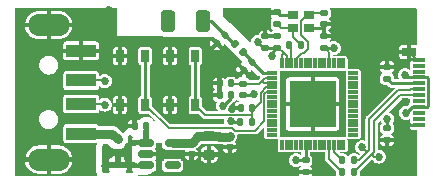
<source format=gbr>
%TF.GenerationSoftware,KiCad,Pcbnew,(6.0.7)*%
%TF.CreationDate,2023-02-08T01:32:31-08:00*%
%TF.ProjectId,ESP_SoC,4553505f-536f-4432-9e6b-696361645f70,rev?*%
%TF.SameCoordinates,Original*%
%TF.FileFunction,Copper,L1,Top*%
%TF.FilePolarity,Positive*%
%FSLAX46Y46*%
G04 Gerber Fmt 4.6, Leading zero omitted, Abs format (unit mm)*
G04 Created by KiCad (PCBNEW (6.0.7)) date 2023-02-08 01:32:31*
%MOMM*%
%LPD*%
G01*
G04 APERTURE LIST*
G04 Aperture macros list*
%AMRoundRect*
0 Rectangle with rounded corners*
0 $1 Rounding radius*
0 $2 $3 $4 $5 $6 $7 $8 $9 X,Y pos of 4 corners*
0 Add a 4 corners polygon primitive as box body*
4,1,4,$2,$3,$4,$5,$6,$7,$8,$9,$2,$3,0*
0 Add four circle primitives for the rounded corners*
1,1,$1+$1,$2,$3*
1,1,$1+$1,$4,$5*
1,1,$1+$1,$6,$7*
1,1,$1+$1,$8,$9*
0 Add four rect primitives between the rounded corners*
20,1,$1+$1,$2,$3,$4,$5,0*
20,1,$1+$1,$4,$5,$6,$7,0*
20,1,$1+$1,$6,$7,$8,$9,0*
20,1,$1+$1,$8,$9,$2,$3,0*%
G04 Aperture macros list end*
%TA.AperFunction,SMDPad,CuDef*%
%ADD10RoundRect,0.135000X-0.135000X-0.185000X0.135000X-0.185000X0.135000X0.185000X-0.135000X0.185000X0*%
%TD*%
%TA.AperFunction,SMDPad,CuDef*%
%ADD11R,2.500000X1.100000*%
%TD*%
%TA.AperFunction,ComponentPad*%
%ADD12O,3.500000X1.900000*%
%TD*%
%TA.AperFunction,SMDPad,CuDef*%
%ADD13RoundRect,0.140000X0.170000X-0.140000X0.170000X0.140000X-0.170000X0.140000X-0.170000X-0.140000X0*%
%TD*%
%TA.AperFunction,SMDPad,CuDef*%
%ADD14RoundRect,0.147500X-0.172500X0.147500X-0.172500X-0.147500X0.172500X-0.147500X0.172500X0.147500X0*%
%TD*%
%TA.AperFunction,SMDPad,CuDef*%
%ADD15RoundRect,0.140000X-0.170000X0.140000X-0.170000X-0.140000X0.170000X-0.140000X0.170000X0.140000X0*%
%TD*%
%TA.AperFunction,SMDPad,CuDef*%
%ADD16RoundRect,0.140000X-0.021213X0.219203X-0.219203X0.021213X0.021213X-0.219203X0.219203X-0.021213X0*%
%TD*%
%TA.AperFunction,SMDPad,CuDef*%
%ADD17RoundRect,0.147500X-0.226274X-0.017678X-0.017678X-0.226274X0.226274X0.017678X0.017678X0.226274X0*%
%TD*%
%TA.AperFunction,SMDPad,CuDef*%
%ADD18RoundRect,0.276000X-0.324000X-0.634000X0.324000X-0.634000X0.324000X0.634000X-0.324000X0.634000X0*%
%TD*%
%TA.AperFunction,SMDPad,CuDef*%
%ADD19RoundRect,0.135000X0.185000X-0.135000X0.185000X0.135000X-0.185000X0.135000X-0.185000X-0.135000X0*%
%TD*%
%TA.AperFunction,SMDPad,CuDef*%
%ADD20RoundRect,0.225000X-0.250000X0.225000X-0.250000X-0.225000X0.250000X-0.225000X0.250000X0.225000X0*%
%TD*%
%TA.AperFunction,SMDPad,CuDef*%
%ADD21RoundRect,0.140000X0.140000X0.170000X-0.140000X0.170000X-0.140000X-0.170000X0.140000X-0.170000X0*%
%TD*%
%TA.AperFunction,SMDPad,CuDef*%
%ADD22R,0.650000X1.050000*%
%TD*%
%TA.AperFunction,SMDPad,CuDef*%
%ADD23R,0.500000X0.500000*%
%TD*%
%TA.AperFunction,SMDPad,CuDef*%
%ADD24R,1.000000X0.380000*%
%TD*%
%TA.AperFunction,SMDPad,CuDef*%
%ADD25R,1.150000X0.700000*%
%TD*%
%TA.AperFunction,SMDPad,CuDef*%
%ADD26RoundRect,0.150000X-0.512500X-0.150000X0.512500X-0.150000X0.512500X0.150000X-0.512500X0.150000X0*%
%TD*%
%TA.AperFunction,SMDPad,CuDef*%
%ADD27RoundRect,0.135000X-0.185000X0.135000X-0.185000X-0.135000X0.185000X-0.135000X0.185000X0.135000X0*%
%TD*%
%TA.AperFunction,SMDPad,CuDef*%
%ADD28RoundRect,0.006600X-0.398400X-0.103400X0.398400X-0.103400X0.398400X0.103400X-0.398400X0.103400X0*%
%TD*%
%TA.AperFunction,SMDPad,CuDef*%
%ADD29RoundRect,0.022000X-0.088000X-0.383000X0.088000X-0.383000X0.088000X0.383000X-0.088000X0.383000X0*%
%TD*%
%TA.AperFunction,SMDPad,CuDef*%
%ADD30R,4.000000X4.000000*%
%TD*%
%TA.AperFunction,SMDPad,CuDef*%
%ADD31R,0.900000X0.800000*%
%TD*%
%TA.AperFunction,ViaPad*%
%ADD32C,0.685800*%
%TD*%
%TA.AperFunction,ViaPad*%
%ADD33C,0.889000*%
%TD*%
%TA.AperFunction,Conductor*%
%ADD34C,0.254000*%
%TD*%
%TA.AperFunction,Conductor*%
%ADD35C,0.762000*%
%TD*%
%TA.AperFunction,Conductor*%
%ADD36C,0.154200*%
%TD*%
%TA.AperFunction,Conductor*%
%ADD37C,0.293370*%
%TD*%
%TA.AperFunction,Conductor*%
%ADD38C,0.152400*%
%TD*%
G04 APERTURE END LIST*
D10*
%TO.P,R2,1*%
%TO.N,+3V3*%
X117890000Y-101300000D03*
%TO.P,R2,2*%
%TO.N,CHIP_PU*%
X118910000Y-101300000D03*
%TD*%
D11*
%TO.P,J1,1,VBUS*%
%TO.N,Net-(D1-Pad2)*%
X104400000Y-102250000D03*
%TO.P,J1,2,D-*%
%TO.N,USB_D-*%
X104400000Y-99750000D03*
%TO.P,J1,3,D+*%
%TO.N,USB_D+*%
X104400000Y-97750000D03*
%TO.P,J1,4,GND*%
%TO.N,GND*%
X104400000Y-95250000D03*
D12*
%TO.P,J1,5,Shield*%
X101650000Y-104450000D03*
X101650000Y-93050000D03*
%TD*%
D13*
%TO.P,C2,1*%
%TO.N,+3V3*%
X120000000Y-94980000D03*
%TO.P,C2,2*%
%TO.N,GND*%
X120000000Y-94020000D03*
%TD*%
D10*
%TO.P,R4,1*%
%TO.N,Net-(R4-Pad1)*%
X126490000Y-104500000D03*
%TO.P,R4,2*%
%TO.N,USB_D+*%
X127510000Y-104500000D03*
%TD*%
D14*
%TO.P,L2,1*%
%TO.N,Net-(C5-Pad1)*%
X118100000Y-98015000D03*
%TO.P,L2,2*%
%TO.N,+3V3*%
X118100000Y-98985000D03*
%TD*%
D15*
%TO.P,C7,1*%
%TO.N,+3V3*%
X117000000Y-102420000D03*
%TO.P,C7,2*%
%TO.N,GND*%
X117000000Y-103380000D03*
%TD*%
D10*
%TO.P,R3,1*%
%TO.N,Net-(R3-Pad1)*%
X126490000Y-105500000D03*
%TO.P,R3,2*%
%TO.N,USB_D-*%
X127510000Y-105500000D03*
%TD*%
D13*
%TO.P,C9,1*%
%TO.N,+3V3*%
X125000000Y-94980000D03*
%TO.P,C9,2*%
%TO.N,GND*%
X125000000Y-94020000D03*
%TD*%
D15*
%TO.P,C13,1*%
%TO.N,+3V3*%
X113750000Y-103020000D03*
%TO.P,C13,2*%
%TO.N,GND*%
X113750000Y-103980000D03*
%TD*%
D16*
%TO.P,C3,1*%
%TO.N,Net-(AE1-Pad1)*%
X116589411Y-93910589D03*
%TO.P,C3,2*%
%TO.N,GND*%
X115910589Y-94589411D03*
%TD*%
D15*
%TO.P,C15,1*%
%TO.N,XTAL_N*%
X125000000Y-92020000D03*
%TO.P,C15,2*%
%TO.N,GND*%
X125000000Y-92980000D03*
%TD*%
D17*
%TO.P,L1,1*%
%TO.N,Net-(AE1-Pad1)*%
X117407053Y-94657053D03*
%TO.P,L1,2*%
%TO.N,LNA_IN*%
X118092947Y-95342947D03*
%TD*%
D18*
%TO.P,AE1,1*%
%TO.N,Net-(AE1-Pad1)*%
X114710000Y-92750000D03*
%TO.P,AE1,2*%
%TO.N,N/C*%
X111790000Y-92750000D03*
%TD*%
D19*
%TO.P,R5,1*%
%TO.N,Net-(P1-PadA5)*%
X130300000Y-97610000D03*
%TO.P,R5,2*%
%TO.N,GND*%
X130300000Y-96590000D03*
%TD*%
D20*
%TO.P,C8,1*%
%TO.N,+3V3*%
X115250000Y-102475000D03*
%TO.P,C8,2*%
%TO.N,GND*%
X115250000Y-104025000D03*
%TD*%
D21*
%TO.P,C6,1*%
%TO.N,+3V3*%
X117080000Y-99000000D03*
%TO.P,C6,2*%
%TO.N,GND*%
X116120000Y-99000000D03*
%TD*%
D22*
%TO.P,SW2,1,A*%
%TO.N,GND*%
X107675000Y-99825000D03*
X107675000Y-95675000D03*
%TO.P,SW2,2,B*%
%TO.N,BOOT*%
X109825000Y-95675000D03*
X109825000Y-99825000D03*
%TD*%
%TO.P,SW1,1,A*%
%TO.N,GND*%
X111925000Y-95675000D03*
X111925000Y-99825000D03*
%TO.P,SW1,2,B*%
%TO.N,CHIP_PU*%
X114075000Y-95675000D03*
X114075000Y-99825000D03*
%TD*%
D23*
%TO.P,D1,1,K*%
%TO.N,+5V*%
X107500000Y-104900000D03*
%TO.P,D1,2,A*%
%TO.N,Net-(D1-Pad2)*%
X107500000Y-102700000D03*
%TD*%
D15*
%TO.P,C10,1*%
%TO.N,+3V3*%
X123400000Y-104520000D03*
%TO.P,C10,2*%
%TO.N,GND*%
X123400000Y-105480000D03*
%TD*%
D21*
%TO.P,C5,1*%
%TO.N,Net-(C5-Pad1)*%
X117080000Y-98000000D03*
%TO.P,C5,2*%
%TO.N,GND*%
X116120000Y-98000000D03*
%TD*%
D24*
%TO.P,P1,A1,GND*%
%TO.N,GND*%
X133010000Y-96000000D03*
%TO.P,P1,A2,TX1+*%
%TO.N,unconnected-(P1-PadA2)*%
X133010000Y-96500000D03*
%TO.P,P1,A3,TX1-*%
%TO.N,unconnected-(P1-PadA3)*%
X133010000Y-97000000D03*
%TO.P,P1,A4,VBUS*%
%TO.N,+5V*%
X133010000Y-97500000D03*
%TO.P,P1,A5,CC*%
%TO.N,Net-(P1-PadA5)*%
X133010000Y-98000000D03*
%TO.P,P1,A6,D+*%
%TO.N,USB_D+*%
X133010000Y-98500000D03*
%TO.P,P1,A7,D-*%
%TO.N,USB_D-*%
X133010000Y-99000000D03*
%TO.P,P1,A8,SBU1*%
%TO.N,unconnected-(P1-PadA8)*%
X133010000Y-99500000D03*
%TO.P,P1,A9,VBUS*%
%TO.N,+5V*%
X133010000Y-100000000D03*
%TO.P,P1,A10,RX2-*%
%TO.N,unconnected-(P1-PadA10)*%
X133010000Y-100500000D03*
%TO.P,P1,A11,RX2+*%
%TO.N,unconnected-(P1-PadA11)*%
X133010000Y-101000000D03*
%TO.P,P1,A12,GND*%
%TO.N,GND*%
X133010000Y-101500000D03*
D25*
%TO.P,P1,S1,SHIELD*%
X132170000Y-95330000D03*
%TD*%
D26*
%TO.P,U1,1,VIN*%
%TO.N,+5V*%
X109862500Y-103050000D03*
%TO.P,U1,2,GND*%
%TO.N,GND*%
X109862500Y-104000000D03*
%TO.P,U1,3,EN*%
%TO.N,+5V*%
X109862500Y-104950000D03*
%TO.P,U1,4,NC*%
%TO.N,unconnected-(U1-Pad4)*%
X112137500Y-104950000D03*
%TO.P,U1,5,VOUT*%
%TO.N,+3V3*%
X112137500Y-103050000D03*
%TD*%
D21*
%TO.P,C11,1*%
%TO.N,CHIP_PU*%
X118880000Y-100100000D03*
%TO.P,C11,2*%
%TO.N,GND*%
X117920000Y-100100000D03*
%TD*%
D13*
%TO.P,C14,1*%
%TO.N,Net-(C14-Pad1)*%
X121000000Y-92960000D03*
%TO.P,C14,2*%
%TO.N,GND*%
X121000000Y-92000000D03*
%TD*%
%TO.P,C1,1*%
%TO.N,+3V3*%
X121000000Y-94980000D03*
%TO.P,C1,2*%
%TO.N,GND*%
X121000000Y-94020000D03*
%TD*%
D27*
%TO.P,R6,1*%
%TO.N,Net-(P1-PadB5)*%
X130300000Y-101790000D03*
%TO.P,R6,2*%
%TO.N,GND*%
X130300000Y-102810000D03*
%TD*%
D10*
%TO.P,R1,1*%
%TO.N,XTAL_P*%
X121990000Y-94750000D03*
%TO.P,R1,2*%
%TO.N,Net-(C14-Pad1)*%
X123010000Y-94750000D03*
%TD*%
D16*
%TO.P,C4,1*%
%TO.N,LNA_IN*%
X118839411Y-96160589D03*
%TO.P,C4,2*%
%TO.N,GND*%
X118160589Y-96839411D03*
%TD*%
D28*
%TO.P,U2,1,LNA_IN*%
%TO.N,LNA_IN*%
X120555000Y-97150000D03*
%TO.P,U2,2,VDD3P3*%
%TO.N,Net-(C5-Pad1)*%
X120555000Y-97550000D03*
%TO.P,U2,3,VDD3P3*%
X120555000Y-97950000D03*
%TO.P,U2,4,CHIP_PU*%
%TO.N,CHIP_PU*%
X120555000Y-98350000D03*
%TO.P,U2,5,GPIO0*%
%TO.N,BOOT*%
X120555000Y-98750000D03*
%TO.P,U2,6,GPIO1*%
%TO.N,unconnected-(U2-Pad6)*%
X120555000Y-99150000D03*
%TO.P,U2,7,GPIO2*%
%TO.N,unconnected-(U2-Pad7)*%
X120555000Y-99550000D03*
%TO.P,U2,8,GPIO3*%
%TO.N,unconnected-(U2-Pad8)*%
X120555000Y-99950000D03*
%TO.P,U2,9,GPIO4*%
%TO.N,unconnected-(U2-Pad9)*%
X120555000Y-100350000D03*
%TO.P,U2,10,GPIO5*%
%TO.N,unconnected-(U2-Pad10)*%
X120555000Y-100750000D03*
%TO.P,U2,11,GPIO6*%
%TO.N,unconnected-(U2-Pad11)*%
X120555000Y-101150000D03*
%TO.P,U2,12,GPIO7*%
%TO.N,unconnected-(U2-Pad12)*%
X120555000Y-101550000D03*
%TO.P,U2,13,GPIO8*%
%TO.N,unconnected-(U2-Pad13)*%
X120555000Y-101950000D03*
%TO.P,U2,14,GPIO9*%
%TO.N,unconnected-(U2-Pad14)*%
X120555000Y-102350000D03*
D29*
%TO.P,U2,15,GPIO10*%
%TO.N,unconnected-(U2-Pad15)*%
X121400000Y-103195000D03*
%TO.P,U2,16,GPIO11*%
%TO.N,unconnected-(U2-Pad16)*%
X121800000Y-103195000D03*
%TO.P,U2,17,GPIO12*%
%TO.N,unconnected-(U2-Pad17)*%
X122200000Y-103195000D03*
%TO.P,U2,18,GPIO13*%
%TO.N,unconnected-(U2-Pad18)*%
X122600000Y-103195000D03*
%TO.P,U2,19,GPIO14*%
%TO.N,unconnected-(U2-Pad19)*%
X123000000Y-103195000D03*
%TO.P,U2,20,VDD3P3_RTC*%
%TO.N,+3V3*%
X123400000Y-103195000D03*
%TO.P,U2,21,XTAL_32K_P*%
%TO.N,unconnected-(U2-Pad21)*%
X123800000Y-103195000D03*
%TO.P,U2,22,XTAL_32K_N*%
%TO.N,unconnected-(U2-Pad22)*%
X124200000Y-103195000D03*
%TO.P,U2,23,GPIO17*%
%TO.N,unconnected-(U2-Pad23)*%
X124600000Y-103195000D03*
%TO.P,U2,24,GPIO18*%
%TO.N,unconnected-(U2-Pad24)*%
X125000000Y-103195000D03*
%TO.P,U2,25,GPIO19*%
%TO.N,Net-(R3-Pad1)*%
X125400000Y-103195000D03*
%TO.P,U2,26,GPIO20*%
%TO.N,Net-(R4-Pad1)*%
X125800000Y-103195000D03*
%TO.P,U2,27,GPIO21*%
%TO.N,unconnected-(U2-Pad27)*%
X126200000Y-103195000D03*
%TO.P,U2,28,SPICS1*%
%TO.N,unconnected-(U2-Pad28)*%
X126600000Y-103195000D03*
D28*
%TO.P,U2,29,VDD_SPI*%
%TO.N,VDD*%
X127445000Y-102350000D03*
%TO.P,U2,30,SPIHD*%
%TO.N,unconnected-(U2-Pad30)*%
X127445000Y-101950000D03*
%TO.P,U2,31,SPIWP*%
%TO.N,unconnected-(U2-Pad31)*%
X127445000Y-101550000D03*
%TO.P,U2,32,SPICS0*%
%TO.N,unconnected-(U2-Pad32)*%
X127445000Y-101150000D03*
%TO.P,U2,33,SPICLK*%
%TO.N,unconnected-(U2-Pad33)*%
X127445000Y-100750000D03*
%TO.P,U2,34,SPIQ*%
%TO.N,unconnected-(U2-Pad34)*%
X127445000Y-100350000D03*
%TO.P,U2,35,SPID*%
%TO.N,unconnected-(U2-Pad35)*%
X127445000Y-99950000D03*
%TO.P,U2,36,SPICLK_N*%
%TO.N,unconnected-(U2-Pad36)*%
X127445000Y-99550000D03*
%TO.P,U2,37,SPICLK_P*%
%TO.N,unconnected-(U2-Pad37)*%
X127445000Y-99150000D03*
%TO.P,U2,38,GPIO33*%
%TO.N,unconnected-(U2-Pad38)*%
X127445000Y-98750000D03*
%TO.P,U2,39,GPIO34*%
%TO.N,unconnected-(U2-Pad39)*%
X127445000Y-98350000D03*
%TO.P,U2,40,GPIO35*%
%TO.N,unconnected-(U2-Pad40)*%
X127445000Y-97950000D03*
%TO.P,U2,41,GPIO36*%
%TO.N,unconnected-(U2-Pad41)*%
X127445000Y-97550000D03*
%TO.P,U2,42,GPIO37*%
%TO.N,unconnected-(U2-Pad42)*%
X127445000Y-97150000D03*
D29*
%TO.P,U2,43,GPIO38*%
%TO.N,unconnected-(U2-Pad43)*%
X126600000Y-96305000D03*
%TO.P,U2,44,MTCK*%
%TO.N,unconnected-(U2-Pad44)*%
X126200000Y-96305000D03*
%TO.P,U2,45,MTDO*%
%TO.N,unconnected-(U2-Pad45)*%
X125800000Y-96305000D03*
%TO.P,U2,46,VDD3P3_CPU*%
%TO.N,+3V3*%
X125400000Y-96305000D03*
%TO.P,U2,47,MTDI*%
%TO.N,unconnected-(U2-Pad47)*%
X125000000Y-96305000D03*
%TO.P,U2,48,MTMS*%
%TO.N,unconnected-(U2-Pad48)*%
X124600000Y-96305000D03*
%TO.P,U2,49,U0TXD*%
%TO.N,unconnected-(U2-Pad49)*%
X124200000Y-96305000D03*
%TO.P,U2,50,U0RXD*%
%TO.N,unconnected-(U2-Pad50)*%
X123800000Y-96305000D03*
%TO.P,U2,51,GPIO45*%
%TO.N,unconnected-(U2-Pad51)*%
X123400000Y-96305000D03*
%TO.P,U2,52,GPIO46*%
%TO.N,unconnected-(U2-Pad52)*%
X123000000Y-96305000D03*
%TO.P,U2,53,XTAL_N*%
%TO.N,XTAL_N*%
X122600000Y-96305000D03*
%TO.P,U2,54,XTAL_P*%
%TO.N,XTAL_P*%
X122200000Y-96305000D03*
%TO.P,U2,55,VDDA1*%
%TO.N,+3V3*%
X121800000Y-96305000D03*
%TO.P,U2,56,VDDA2*%
X121400000Y-96305000D03*
D30*
%TO.P,U2,57,GND*%
%TO.N,GND*%
X124000000Y-99750000D03*
%TD*%
D31*
%TO.P,Y1,1,1*%
%TO.N,Net-(C14-Pad1)*%
X122300000Y-93300000D03*
%TO.P,Y1,2,2*%
%TO.N,GND*%
X123700000Y-93300000D03*
%TO.P,Y1,3,3*%
%TO.N,XTAL_N*%
X123700000Y-92200000D03*
%TO.P,Y1,4,4*%
%TO.N,GND*%
X122300000Y-92200000D03*
%TD*%
D21*
%TO.P,C12,1*%
%TO.N,+5V*%
X109880000Y-101600000D03*
%TO.P,C12,2*%
%TO.N,GND*%
X108920000Y-101600000D03*
%TD*%
D32*
%TO.N,+3V3*%
X125800000Y-95000000D03*
X116100000Y-102500000D03*
X116400000Y-99900000D03*
X119337156Y-94518432D03*
X122600000Y-104500000D03*
X119000000Y-98900000D03*
X114295000Y-102475000D03*
X120600000Y-95700000D03*
X117100000Y-101226500D03*
%TO.N,GND*%
X117700000Y-92800000D03*
X106800000Y-92700000D03*
X117178019Y-100133500D03*
X104700000Y-104500000D03*
D33*
X122750000Y-98500000D03*
D32*
X111000000Y-104000000D03*
X130400000Y-94500000D03*
X127400000Y-94500000D03*
X106800000Y-91800000D03*
X112800000Y-94500000D03*
D33*
X124000000Y-99750000D03*
D32*
X106800000Y-93600000D03*
X107800000Y-94500000D03*
D33*
X122750000Y-101000000D03*
D32*
X107700000Y-101100000D03*
X117400000Y-96100000D03*
X130400000Y-92300000D03*
X127400000Y-92300000D03*
X113000000Y-97800000D03*
X115300000Y-99900000D03*
D33*
X124000000Y-98500000D03*
D32*
X113800000Y-94500000D03*
X117000000Y-92100000D03*
X109800000Y-94500000D03*
X114800000Y-94500000D03*
X118700000Y-102800000D03*
D33*
X124000000Y-101000000D03*
D32*
X118800000Y-97400000D03*
X108800000Y-94500000D03*
D33*
X125250000Y-98500000D03*
D32*
X106800000Y-94500000D03*
D33*
X122750000Y-99750000D03*
X125250000Y-101000000D03*
D32*
X111800000Y-94500000D03*
X129000000Y-98900000D03*
X118400000Y-93500000D03*
D33*
X125250000Y-99750000D03*
D32*
X108800000Y-97800000D03*
X113000000Y-101100000D03*
X116700000Y-95400000D03*
X129000000Y-96700000D03*
X110800000Y-94500000D03*
X130700000Y-103800000D03*
%TO.N,+5V*%
X108400000Y-103400000D03*
X131800000Y-97300000D03*
X106400000Y-105000000D03*
X131900000Y-100500000D03*
X108400000Y-104400000D03*
%TO.N,USB_D-*%
X106400000Y-99800000D03*
X129600000Y-104200000D03*
%TO.N,USB_D+*%
X128200000Y-103400000D03*
X106400000Y-97800000D03*
%TO.N,Net-(P1-PadB5)*%
X130300000Y-101000000D03*
%TD*%
D34*
%TO.N,+3V3*%
X120000000Y-94980000D02*
X121000000Y-94980000D01*
X125000000Y-94980000D02*
X125780000Y-94980000D01*
D35*
X116920000Y-102500000D02*
X117000000Y-102420000D01*
X116100000Y-102500000D02*
X116920000Y-102500000D01*
D36*
X121400000Y-96305000D02*
X121400000Y-95600000D01*
D34*
X119798724Y-94980000D02*
X119337156Y-94518432D01*
X118915000Y-98985000D02*
X119000000Y-98900000D01*
X120600000Y-95700000D02*
X120600000Y-95380000D01*
D35*
X116075000Y-102475000D02*
X116100000Y-102500000D01*
D34*
X125780000Y-94980000D02*
X125800000Y-95000000D01*
X123400000Y-103195000D02*
X123400000Y-104520000D01*
X123380000Y-104500000D02*
X123400000Y-104520000D01*
D36*
X125400000Y-96305000D02*
X125400000Y-95380000D01*
D34*
X122600000Y-104500000D02*
X123380000Y-104500000D01*
X116400000Y-99900000D02*
X117080000Y-99220000D01*
D37*
X117173500Y-101300000D02*
X117100000Y-101226500D01*
D36*
X121400000Y-95600000D02*
X121550000Y-95450000D01*
X121080000Y-94980000D02*
X121000000Y-94980000D01*
D35*
X112137500Y-103050000D02*
X113720000Y-103050000D01*
D36*
X125400000Y-95380000D02*
X125000000Y-94980000D01*
D35*
X113720000Y-103050000D02*
X113750000Y-103020000D01*
X114295000Y-102475000D02*
X113750000Y-103020000D01*
D37*
X117890000Y-101300000D02*
X117173500Y-101300000D01*
D34*
X117080000Y-99220000D02*
X117080000Y-99000000D01*
D35*
X115250000Y-102475000D02*
X116075000Y-102475000D01*
D36*
X121550000Y-95450000D02*
X121080000Y-94980000D01*
D35*
X115250000Y-102475000D02*
X114295000Y-102475000D01*
D36*
X121800000Y-95700000D02*
X121550000Y-95450000D01*
X121800000Y-96305000D02*
X121800000Y-95700000D01*
D34*
X120000000Y-94980000D02*
X119798724Y-94980000D01*
X120600000Y-95380000D02*
X121000000Y-94980000D01*
X118100000Y-98985000D02*
X118915000Y-98985000D01*
%TO.N,GND*%
X121200000Y-92200000D02*
X121000000Y-92000000D01*
D36*
X132840000Y-96000000D02*
X132170000Y-95330000D01*
D34*
X123700000Y-93300000D02*
X124680000Y-93300000D01*
X124680000Y-93300000D02*
X125000000Y-92980000D01*
X109862500Y-104000000D02*
X111000000Y-104000000D01*
X117920000Y-100100000D02*
X117211519Y-100100000D01*
X122300000Y-92200000D02*
X121200000Y-92200000D01*
D36*
X133010000Y-96000000D02*
X132840000Y-96000000D01*
D34*
X117211519Y-100100000D02*
X117178019Y-100133500D01*
D37*
%TO.N,LNA_IN*%
X119828822Y-97150000D02*
X118839411Y-96160589D01*
X118839411Y-96089411D02*
X118092947Y-95342947D01*
X120555000Y-97150000D02*
X119828822Y-97150000D01*
X118839411Y-96160589D02*
X118839411Y-96089411D01*
D36*
%TO.N,Net-(C5-Pad1)*%
X117095000Y-98015000D02*
X117080000Y-98000000D01*
X119485000Y-98015000D02*
X118100000Y-98015000D01*
X119850000Y-97950000D02*
X119700000Y-97800000D01*
X119950000Y-97550000D02*
X119700000Y-97800000D01*
X118100000Y-98015000D02*
X117095000Y-98015000D01*
X119700000Y-97800000D02*
X119485000Y-98015000D01*
X120555000Y-97550000D02*
X119950000Y-97550000D01*
X120555000Y-97950000D02*
X119850000Y-97950000D01*
%TO.N,CHIP_PU*%
X118880000Y-100680000D02*
X118880000Y-101270000D01*
X114930000Y-100680000D02*
X114075000Y-99825000D01*
D34*
X114075000Y-95675000D02*
X114075000Y-99825000D01*
D36*
X118880000Y-101270000D02*
X118910000Y-101300000D01*
X119100000Y-100100000D02*
X118880000Y-100100000D01*
X119600000Y-98800000D02*
X119600000Y-99600000D01*
X119600000Y-99600000D02*
X119100000Y-100100000D01*
X118880000Y-100100000D02*
X118880000Y-100680000D01*
X120050000Y-98350000D02*
X119600000Y-98800000D01*
X120555000Y-98350000D02*
X120050000Y-98350000D01*
X118880000Y-100680000D02*
X114930000Y-100680000D01*
D34*
%TO.N,+5V*%
X132000000Y-97500000D02*
X131800000Y-97300000D01*
X133708000Y-97500000D02*
X133764000Y-97556000D01*
X133010000Y-97500000D02*
X132000000Y-97500000D01*
X132400000Y-100000000D02*
X133010000Y-100000000D01*
X131900000Y-100500000D02*
X132400000Y-100000000D01*
X133708000Y-100000000D02*
X133010000Y-100000000D01*
X133010000Y-97500000D02*
X133708000Y-97500000D01*
X133764000Y-99944000D02*
X133708000Y-100000000D01*
X133764000Y-97556000D02*
X133764000Y-99944000D01*
D36*
%TO.N,Net-(C14-Pad1)*%
X122300000Y-93300000D02*
X121340000Y-93300000D01*
X122300000Y-94040000D02*
X122300000Y-93300000D01*
X123010000Y-94750000D02*
X122300000Y-94040000D01*
X121340000Y-93300000D02*
X121000000Y-92960000D01*
D38*
%TO.N,XTAL_N*%
X123300000Y-95400000D02*
X123115519Y-95400000D01*
X123543600Y-92200000D02*
X123000000Y-92743600D01*
X123880000Y-92020000D02*
X123700000Y-92200000D01*
X123600000Y-94500000D02*
X123600000Y-95100000D01*
X122600000Y-95915519D02*
X122600000Y-96305000D01*
X125000000Y-92020000D02*
X123880000Y-92020000D01*
X123600000Y-95100000D02*
X123300000Y-95400000D01*
X123115519Y-95400000D02*
X122600000Y-95915519D01*
X123700000Y-92200000D02*
X123543600Y-92200000D01*
X123000000Y-92743600D02*
X123000000Y-93900000D01*
X123000000Y-93900000D02*
X123600000Y-94500000D01*
%TO.N,USB_D-*%
X131434170Y-98953200D02*
X129200000Y-101187370D01*
X133010000Y-99000000D02*
X132259999Y-99000000D01*
X129005000Y-104005000D02*
X127510000Y-105500000D01*
X129200000Y-103810000D02*
X129005000Y-104005000D01*
X129200000Y-101187370D02*
X129200000Y-103810000D01*
X132213199Y-98953200D02*
X131434170Y-98953200D01*
D36*
X129005000Y-104005000D02*
X129200000Y-104200000D01*
X106350000Y-99750000D02*
X106400000Y-99800000D01*
X129200000Y-104200000D02*
X129600000Y-104200000D01*
D38*
X132259999Y-99000000D02*
X132213199Y-98953200D01*
D36*
X104400000Y-99750000D02*
X106350000Y-99750000D01*
D38*
%TO.N,USB_D+*%
X131265830Y-98546800D02*
X128800000Y-101012630D01*
D36*
X106350000Y-97750000D02*
X104400000Y-97750000D01*
D38*
X128617632Y-103817632D02*
X127935263Y-104500000D01*
X133010000Y-98500000D02*
X132259999Y-98500000D01*
X132259999Y-98500000D02*
X132213199Y-98546800D01*
X132213199Y-98546800D02*
X131265830Y-98546800D01*
X128800000Y-102400000D02*
X128800000Y-103635263D01*
X127935263Y-104500000D02*
X127510000Y-104500000D01*
X128800000Y-103635263D02*
X128617632Y-103817632D01*
D36*
X128617632Y-103817632D02*
X128200000Y-103400000D01*
D38*
X128800000Y-101012630D02*
X128800000Y-102400000D01*
D36*
X106400000Y-97800000D02*
X106350000Y-97750000D01*
D34*
%TO.N,Net-(P1-PadA5)*%
X133010000Y-98000000D02*
X130690000Y-98000000D01*
X130690000Y-98000000D02*
X130300000Y-97610000D01*
%TO.N,Net-(P1-PadB5)*%
X130300000Y-101790000D02*
X130300000Y-101000000D01*
D38*
%TO.N,XTAL_P*%
X122200000Y-94960000D02*
X121990000Y-94750000D01*
X122200000Y-96305000D02*
X122200000Y-94960000D01*
D36*
%TO.N,Net-(R3-Pad1)*%
X125400000Y-104410000D02*
X126490000Y-105500000D01*
X125400000Y-103195000D02*
X125400000Y-104410000D01*
%TO.N,Net-(R4-Pad1)*%
X125800000Y-103810000D02*
X126490000Y-104500000D01*
X125800000Y-103195000D02*
X125800000Y-103810000D01*
D34*
%TO.N,BOOT*%
X109825000Y-99825000D02*
X109825000Y-95675000D01*
D36*
X111800000Y-101800000D02*
X109825000Y-99825000D01*
X119100000Y-102000000D02*
X117407456Y-102000000D01*
X119881200Y-101218800D02*
X119100000Y-102000000D01*
X119881200Y-98918800D02*
X119881200Y-101218800D01*
X120050000Y-98750000D02*
X119881200Y-98918800D01*
X120555000Y-98750000D02*
X120050000Y-98750000D01*
X117207456Y-101800000D02*
X111800000Y-101800000D01*
X117407456Y-102000000D02*
X117207456Y-101800000D01*
D37*
%TO.N,Net-(AE1-Pad1)*%
X117335875Y-94657053D02*
X116589411Y-93910589D01*
X114710000Y-92750000D02*
X115428822Y-92750000D01*
X115428822Y-92750000D02*
X116589411Y-93910589D01*
X117407053Y-94657053D02*
X117335875Y-94657053D01*
D35*
%TO.N,Net-(D1-Pad2)*%
X104400000Y-102250000D02*
X107050000Y-102250000D01*
X107050000Y-102250000D02*
X107500000Y-102700000D01*
%TD*%
%TA.AperFunction,Conductor*%
%TO.N,+5V*%
G36*
X110076121Y-101366002D02*
G01*
X110122614Y-101419658D01*
X110134000Y-101472000D01*
X110134000Y-102398602D01*
X110124121Y-102432248D01*
X110125007Y-102432441D01*
X110116500Y-102471548D01*
X110116500Y-103065500D01*
X110096498Y-103133621D01*
X110042842Y-103180114D01*
X109990500Y-103191500D01*
X109283498Y-103191500D01*
X109281050Y-103191693D01*
X109281042Y-103191693D01*
X109252579Y-103193933D01*
X109252574Y-103193934D01*
X109246169Y-103194438D01*
X109146231Y-103223472D01*
X109094012Y-103238643D01*
X109094010Y-103238644D01*
X109086399Y-103240855D01*
X109079572Y-103244892D01*
X109079573Y-103244892D01*
X109009297Y-103286453D01*
X108945158Y-103304000D01*
X108713122Y-103304000D01*
X108699591Y-103307973D01*
X108698456Y-103315871D01*
X108739107Y-103455790D01*
X108747128Y-103474326D01*
X108755824Y-103544788D01*
X108747128Y-103574404D01*
X108744889Y-103579577D01*
X108740855Y-103586399D01*
X108694438Y-103746169D01*
X108691500Y-103783498D01*
X108691500Y-104216502D01*
X108694438Y-104253831D01*
X108740855Y-104413601D01*
X108744889Y-104420423D01*
X108747128Y-104425596D01*
X108755824Y-104496058D01*
X108747128Y-104525674D01*
X108739107Y-104544210D01*
X108700061Y-104678605D01*
X108700101Y-104692706D01*
X108707370Y-104696000D01*
X108945158Y-104696000D01*
X109009297Y-104713547D01*
X109086399Y-104759145D01*
X109094010Y-104761356D01*
X109094012Y-104761357D01*
X109102604Y-104763853D01*
X109246169Y-104805562D01*
X109252574Y-104806066D01*
X109252579Y-104806067D01*
X109281042Y-104808307D01*
X109281050Y-104808307D01*
X109283498Y-104808500D01*
X109990500Y-104808500D01*
X110058621Y-104828502D01*
X110105114Y-104882158D01*
X110116500Y-104934500D01*
X110116500Y-105078000D01*
X110096498Y-105146121D01*
X110042842Y-105192614D01*
X109990500Y-105204000D01*
X108713122Y-105204000D01*
X108699591Y-105207973D01*
X108698456Y-105215871D01*
X108739107Y-105355790D01*
X108745352Y-105370221D01*
X108763768Y-105401361D01*
X108781227Y-105470177D01*
X108758710Y-105537509D01*
X108703366Y-105581978D01*
X108655314Y-105591500D01*
X108304572Y-105591500D01*
X108236451Y-105571498D01*
X108189958Y-105517842D01*
X108179854Y-105447568D01*
X108194052Y-105404992D01*
X108203321Y-105388061D01*
X108248478Y-105267606D01*
X108252105Y-105252351D01*
X108257631Y-105201486D01*
X108258000Y-105194672D01*
X108258000Y-105168115D01*
X108253525Y-105152876D01*
X108252135Y-105151671D01*
X108244452Y-105150000D01*
X106760116Y-105150000D01*
X106744877Y-105154475D01*
X106743672Y-105155865D01*
X106742001Y-105163548D01*
X106742001Y-105194669D01*
X106742371Y-105201490D01*
X106747895Y-105252352D01*
X106751521Y-105267604D01*
X106796679Y-105388061D01*
X106805948Y-105404992D01*
X106821117Y-105474349D01*
X106796380Y-105540897D01*
X106739592Y-105583507D01*
X106695428Y-105591500D01*
X106326000Y-105591500D01*
X106257879Y-105571498D01*
X106211386Y-105517842D01*
X106200000Y-105465500D01*
X106200000Y-104631885D01*
X106742000Y-104631885D01*
X106746475Y-104647124D01*
X106747865Y-104648329D01*
X106755548Y-104650000D01*
X107231885Y-104650000D01*
X107247124Y-104645525D01*
X107248329Y-104644135D01*
X107250000Y-104636452D01*
X107250000Y-104631885D01*
X107750000Y-104631885D01*
X107754475Y-104647124D01*
X107755865Y-104648329D01*
X107763548Y-104650000D01*
X108239884Y-104650000D01*
X108255123Y-104645525D01*
X108256328Y-104644135D01*
X108257999Y-104636452D01*
X108257999Y-104605331D01*
X108257629Y-104598510D01*
X108252105Y-104547648D01*
X108248479Y-104532396D01*
X108203324Y-104411946D01*
X108194786Y-104396351D01*
X108118285Y-104294276D01*
X108105724Y-104281715D01*
X108003649Y-104205214D01*
X107988054Y-104196676D01*
X107867606Y-104151522D01*
X107852351Y-104147895D01*
X107801486Y-104142369D01*
X107794672Y-104142000D01*
X107768115Y-104142000D01*
X107752876Y-104146475D01*
X107751671Y-104147865D01*
X107750000Y-104155548D01*
X107750000Y-104631885D01*
X107250000Y-104631885D01*
X107250000Y-104160116D01*
X107245525Y-104144877D01*
X107244135Y-104143672D01*
X107236452Y-104142001D01*
X107205331Y-104142001D01*
X107198510Y-104142371D01*
X107147648Y-104147895D01*
X107132396Y-104151521D01*
X107011946Y-104196676D01*
X106996351Y-104205214D01*
X106894276Y-104281715D01*
X106881715Y-104294276D01*
X106805214Y-104396351D01*
X106796676Y-104411946D01*
X106751522Y-104532394D01*
X106747895Y-104547649D01*
X106742369Y-104598514D01*
X106742000Y-104605328D01*
X106742000Y-104631885D01*
X106200000Y-104631885D01*
X106200000Y-103265500D01*
X106220002Y-103197379D01*
X106273658Y-103150886D01*
X106326000Y-103139500D01*
X106629367Y-103139500D01*
X106697488Y-103159502D01*
X106718462Y-103176405D01*
X106903994Y-103361937D01*
X106906569Y-103364022D01*
X107007742Y-103445951D01*
X107007746Y-103445953D01*
X107012875Y-103450107D01*
X107179475Y-103534994D01*
X107185848Y-103536702D01*
X107185849Y-103536702D01*
X107353709Y-103581680D01*
X107353713Y-103581681D01*
X107360085Y-103583388D01*
X107366677Y-103583733D01*
X107366680Y-103583734D01*
X107540218Y-103592829D01*
X107540223Y-103592829D01*
X107546810Y-103593174D01*
X107553325Y-103592142D01*
X107553327Y-103592142D01*
X107613627Y-103582591D01*
X107731488Y-103563924D01*
X107737647Y-103561560D01*
X107737650Y-103561559D01*
X107899886Y-103499282D01*
X107899888Y-103499281D01*
X107906049Y-103496916D01*
X108062864Y-103395079D01*
X108195079Y-103262864D01*
X108296916Y-103106049D01*
X108311877Y-103067075D01*
X108361559Y-102937650D01*
X108361560Y-102937647D01*
X108363924Y-102931488D01*
X108393174Y-102746810D01*
X108387041Y-102629775D01*
X108383734Y-102566680D01*
X108383733Y-102566677D01*
X108383388Y-102560085D01*
X108374434Y-102526668D01*
X108376122Y-102455691D01*
X108415916Y-102396895D01*
X108481180Y-102368946D01*
X108531292Y-102373058D01*
X108619217Y-102398602D01*
X108677631Y-102415573D01*
X108677634Y-102415574D01*
X108677745Y-102415606D01*
X108677739Y-102415627D01*
X108739010Y-102446463D01*
X108775104Y-102507599D01*
X108772416Y-102578545D01*
X108761405Y-102602633D01*
X108745354Y-102629775D01*
X108739107Y-102644210D01*
X108700061Y-102778605D01*
X108700101Y-102792706D01*
X108707370Y-102796000D01*
X109590385Y-102796000D01*
X109605624Y-102791525D01*
X109606829Y-102790135D01*
X109608500Y-102782452D01*
X109608500Y-102261398D01*
X109618379Y-102227752D01*
X109617493Y-102227559D01*
X109626000Y-102188452D01*
X109626000Y-102121379D01*
X109643546Y-102057240D01*
X109655859Y-102036420D01*
X109655859Y-102036419D01*
X109659894Y-102029597D01*
X109705606Y-101872254D01*
X109706118Y-101865756D01*
X109708307Y-101837940D01*
X109708307Y-101837932D01*
X109708500Y-101835484D01*
X109708500Y-101472000D01*
X109728502Y-101403879D01*
X109782158Y-101357386D01*
X109834500Y-101346000D01*
X110008000Y-101346000D01*
X110076121Y-101366002D01*
G37*
%TD.AperFunction*%
%TD*%
%TA.AperFunction,Conductor*%
%TO.N,GND*%
G36*
X119898530Y-101688100D02*
G01*
X119903046Y-101696548D01*
X119909884Y-101730927D01*
X119911762Y-101740364D01*
X119913038Y-101746781D01*
X119913038Y-101753217D01*
X119899500Y-101821277D01*
X119899501Y-102078722D01*
X119910312Y-102133074D01*
X119913038Y-102146781D01*
X119913038Y-102153217D01*
X119899500Y-102221277D01*
X119899501Y-102478722D01*
X119914417Y-102553715D01*
X119971241Y-102638759D01*
X120056285Y-102695583D01*
X120131277Y-102710500D01*
X120555000Y-102710500D01*
X120978722Y-102710499D01*
X121033247Y-102699654D01*
X121045633Y-102702118D01*
X121052649Y-102712618D01*
X121052649Y-102719054D01*
X121039500Y-102785159D01*
X121039501Y-103604840D01*
X121055310Y-103684324D01*
X121115538Y-103774462D01*
X121116888Y-103775364D01*
X121197704Y-103829363D01*
X121205676Y-103834690D01*
X121285159Y-103850500D01*
X121400000Y-103850500D01*
X121514840Y-103850499D01*
X121567446Y-103840036D01*
X121592731Y-103835007D01*
X121592732Y-103835007D01*
X121594324Y-103834690D01*
X121594441Y-103834612D01*
X121605559Y-103834612D01*
X121605676Y-103834690D01*
X121607268Y-103835007D01*
X121607269Y-103835007D01*
X121657984Y-103845095D01*
X121685159Y-103850500D01*
X121800000Y-103850500D01*
X121914840Y-103850499D01*
X121967446Y-103840036D01*
X121992731Y-103835007D01*
X121992732Y-103835007D01*
X121994324Y-103834690D01*
X121994441Y-103834612D01*
X122005559Y-103834612D01*
X122005676Y-103834690D01*
X122007268Y-103835007D01*
X122007269Y-103835007D01*
X122057984Y-103845095D01*
X122085159Y-103850500D01*
X122200000Y-103850500D01*
X122314840Y-103850499D01*
X122367446Y-103840036D01*
X122392731Y-103835007D01*
X122392732Y-103835007D01*
X122394324Y-103834690D01*
X122394441Y-103834612D01*
X122405559Y-103834612D01*
X122405676Y-103834690D01*
X122407268Y-103835007D01*
X122407269Y-103835007D01*
X122457984Y-103845095D01*
X122485159Y-103850500D01*
X122600000Y-103850500D01*
X122714840Y-103850499D01*
X122767446Y-103840036D01*
X122792731Y-103835007D01*
X122792732Y-103835007D01*
X122794324Y-103834690D01*
X122794441Y-103834612D01*
X122805559Y-103834612D01*
X122805676Y-103834690D01*
X122807268Y-103835007D01*
X122807269Y-103835007D01*
X122857984Y-103845095D01*
X122885159Y-103850500D01*
X122891624Y-103850500D01*
X123006000Y-103850499D01*
X123017667Y-103855332D01*
X123022500Y-103866999D01*
X123022500Y-104037346D01*
X123017667Y-104049013D01*
X123013494Y-104052046D01*
X123009245Y-104054212D01*
X122996655Y-104055205D01*
X122991706Y-104052602D01*
X122990982Y-104052046D01*
X122920266Y-103997784D01*
X122900122Y-103982327D01*
X122900120Y-103982326D01*
X122899260Y-103981666D01*
X122832560Y-103954038D01*
X122755905Y-103922287D01*
X122754908Y-103921874D01*
X122753843Y-103921734D01*
X122753840Y-103921733D01*
X122601071Y-103901621D01*
X122600000Y-103901480D01*
X122598929Y-103901621D01*
X122446160Y-103921733D01*
X122446157Y-103921734D01*
X122445092Y-103921874D01*
X122444095Y-103922287D01*
X122367441Y-103954038D01*
X122300740Y-103981666D01*
X122299880Y-103982326D01*
X122299878Y-103982327D01*
X122212971Y-104049013D01*
X122176782Y-104076782D01*
X122168882Y-104087077D01*
X122083056Y-104198929D01*
X122081666Y-104200740D01*
X122081250Y-104201743D01*
X122081250Y-104201744D01*
X122051195Y-104274304D01*
X122021874Y-104345092D01*
X122021734Y-104346157D01*
X122021733Y-104346160D01*
X122012782Y-104414151D01*
X122001480Y-104500000D01*
X122001621Y-104501071D01*
X122021461Y-104651768D01*
X122021874Y-104654908D01*
X122022287Y-104655905D01*
X122048340Y-104718802D01*
X122081666Y-104799260D01*
X122082326Y-104800120D01*
X122082327Y-104800122D01*
X122152243Y-104891238D01*
X122176782Y-104923218D01*
X122177637Y-104923874D01*
X122299878Y-105017673D01*
X122299880Y-105017674D01*
X122300740Y-105018334D01*
X122445092Y-105078126D01*
X122446157Y-105078266D01*
X122446160Y-105078267D01*
X122598929Y-105098379D01*
X122600000Y-105098520D01*
X122601071Y-105098379D01*
X122753840Y-105078267D01*
X122753843Y-105078266D01*
X122754908Y-105078126D01*
X122899260Y-105018334D01*
X122965201Y-104967736D01*
X122977397Y-104964468D01*
X122986910Y-104969160D01*
X122997609Y-104979859D01*
X123007846Y-104985075D01*
X123008835Y-104985579D01*
X123017036Y-104995182D01*
X123016046Y-105007772D01*
X123008835Y-105014983D01*
X122999060Y-105019964D01*
X122996990Y-105021468D01*
X122911468Y-105106990D01*
X122909964Y-105109060D01*
X122855054Y-105216824D01*
X122854262Y-105219264D01*
X122841195Y-105301759D01*
X122841782Y-105304201D01*
X122843086Y-105305000D01*
X123956033Y-105305000D01*
X123958354Y-105304038D01*
X123958940Y-105302625D01*
X123945738Y-105219264D01*
X123944946Y-105216824D01*
X123890036Y-105109060D01*
X123888532Y-105106990D01*
X123803010Y-105021468D01*
X123800940Y-105019964D01*
X123791165Y-105014983D01*
X123782964Y-105005380D01*
X123783954Y-104992790D01*
X123791165Y-104985579D01*
X123792154Y-104985075D01*
X123802391Y-104979859D01*
X123889859Y-104892391D01*
X123937761Y-104798379D01*
X123945428Y-104783332D01*
X123945429Y-104783329D01*
X123946017Y-104782175D01*
X123960500Y-104690735D01*
X123960499Y-104349266D01*
X123946017Y-104257825D01*
X123945429Y-104256671D01*
X123945428Y-104256668D01*
X123916008Y-104198929D01*
X123889859Y-104147609D01*
X123802391Y-104060141D01*
X123801237Y-104059553D01*
X123801233Y-104059550D01*
X123786509Y-104052047D01*
X123778307Y-104042444D01*
X123777500Y-104037346D01*
X123777500Y-103867000D01*
X123782333Y-103855333D01*
X123794000Y-103850500D01*
X123908376Y-103850499D01*
X123914840Y-103850499D01*
X123967446Y-103840036D01*
X123992731Y-103835007D01*
X123992732Y-103835007D01*
X123994324Y-103834690D01*
X123994441Y-103834612D01*
X124005559Y-103834612D01*
X124005676Y-103834690D01*
X124007268Y-103835007D01*
X124007269Y-103835007D01*
X124057984Y-103845095D01*
X124085159Y-103850500D01*
X124200000Y-103850500D01*
X124314840Y-103850499D01*
X124367446Y-103840036D01*
X124392731Y-103835007D01*
X124392732Y-103835007D01*
X124394324Y-103834690D01*
X124394441Y-103834612D01*
X124405559Y-103834612D01*
X124405676Y-103834690D01*
X124407268Y-103835007D01*
X124407269Y-103835007D01*
X124457984Y-103845095D01*
X124485159Y-103850500D01*
X124600000Y-103850500D01*
X124714840Y-103850499D01*
X124767446Y-103840036D01*
X124792731Y-103835007D01*
X124792732Y-103835007D01*
X124794324Y-103834690D01*
X124794441Y-103834612D01*
X124805559Y-103834612D01*
X124805676Y-103834690D01*
X124807268Y-103835007D01*
X124807269Y-103835007D01*
X124857984Y-103845095D01*
X124885159Y-103850500D01*
X124893972Y-103850500D01*
X125055900Y-103850499D01*
X125067567Y-103855332D01*
X125072400Y-103866999D01*
X125072400Y-104394978D01*
X125072337Y-104396416D01*
X125068612Y-104438993D01*
X125068985Y-104440385D01*
X125068985Y-104440386D01*
X125079675Y-104480283D01*
X125079986Y-104481688D01*
X125084978Y-104509999D01*
X125087407Y-104523774D01*
X125093640Y-104534570D01*
X125095286Y-104538544D01*
X125098513Y-104550586D01*
X125123029Y-104585598D01*
X125123802Y-104586812D01*
X125145172Y-104623826D01*
X125146279Y-104624755D01*
X125177925Y-104651309D01*
X125178986Y-104652282D01*
X125964667Y-105437963D01*
X125969500Y-105449630D01*
X125969501Y-105721534D01*
X125969589Y-105722131D01*
X125969589Y-105722133D01*
X125971063Y-105732147D01*
X125980654Y-105797309D01*
X125981220Y-105798461D01*
X125994607Y-105825728D01*
X125995411Y-105838331D01*
X125987068Y-105847811D01*
X125979796Y-105849500D01*
X123917696Y-105849500D01*
X123906029Y-105844667D01*
X123901196Y-105833000D01*
X123902994Y-105825509D01*
X123944946Y-105743176D01*
X123945738Y-105740736D01*
X123958805Y-105658241D01*
X123958218Y-105655799D01*
X123956914Y-105655000D01*
X122843967Y-105655000D01*
X122841646Y-105655962D01*
X122841060Y-105657375D01*
X122854262Y-105740736D01*
X122855054Y-105743176D01*
X122897006Y-105825509D01*
X122897996Y-105838099D01*
X122889795Y-105847702D01*
X122882304Y-105849500D01*
X109197537Y-105849500D01*
X109185870Y-105844667D01*
X109181037Y-105833000D01*
X109182793Y-105825593D01*
X109232525Y-105726593D01*
X109242081Y-105718337D01*
X109247269Y-105717500D01*
X109990500Y-105717500D01*
X110099649Y-105705766D01*
X110100072Y-105705674D01*
X110100078Y-105705673D01*
X110151566Y-105694473D01*
X110151576Y-105694470D01*
X110151991Y-105694380D01*
X110256157Y-105659710D01*
X110259791Y-105657375D01*
X110307730Y-105626566D01*
X110379112Y-105580692D01*
X110432768Y-105534199D01*
X110466847Y-105494870D01*
X110476734Y-105489379D01*
X110500304Y-105485646D01*
X110501458Y-105485058D01*
X110501461Y-105485057D01*
X110570989Y-105449630D01*
X110613342Y-105428050D01*
X110703050Y-105338342D01*
X110730782Y-105283916D01*
X110760057Y-105226461D01*
X110760058Y-105226458D01*
X110760646Y-105225304D01*
X110775500Y-105131519D01*
X110775499Y-104768482D01*
X110775499Y-104768481D01*
X111224500Y-104768481D01*
X111224501Y-105131518D01*
X111239354Y-105225304D01*
X111239942Y-105226458D01*
X111239943Y-105226461D01*
X111269218Y-105283916D01*
X111296950Y-105338342D01*
X111386658Y-105428050D01*
X111429011Y-105449630D01*
X111498539Y-105485057D01*
X111498542Y-105485058D01*
X111499696Y-105485646D01*
X111593481Y-105500500D01*
X112137500Y-105500500D01*
X112681518Y-105500499D01*
X112775304Y-105485646D01*
X112776458Y-105485058D01*
X112776461Y-105485057D01*
X112845989Y-105449630D01*
X112888342Y-105428050D01*
X112978050Y-105338342D01*
X113005782Y-105283916D01*
X113035057Y-105226461D01*
X113035058Y-105226458D01*
X113035646Y-105225304D01*
X113050500Y-105131519D01*
X113050499Y-104768482D01*
X113035646Y-104674696D01*
X113035058Y-104673542D01*
X113035057Y-104673539D01*
X112992509Y-104590036D01*
X112978050Y-104561658D01*
X112888342Y-104471950D01*
X112831126Y-104442797D01*
X112776461Y-104414943D01*
X112776458Y-104414942D01*
X112775304Y-104414354D01*
X112681519Y-104399500D01*
X112680873Y-104399500D01*
X112137501Y-104399501D01*
X111593482Y-104399501D01*
X111499696Y-104414354D01*
X111498542Y-104414942D01*
X111498539Y-104414943D01*
X111443874Y-104442797D01*
X111386658Y-104471950D01*
X111296950Y-104561658D01*
X111282491Y-104590036D01*
X111239943Y-104673539D01*
X111239942Y-104673542D01*
X111239354Y-104674696D01*
X111224500Y-104768481D01*
X110775499Y-104768481D01*
X110760646Y-104674696D01*
X110760058Y-104673542D01*
X110760057Y-104673539D01*
X110717509Y-104590036D01*
X110703050Y-104561658D01*
X110627706Y-104486314D01*
X110622873Y-104474647D01*
X110627706Y-104462980D01*
X110701724Y-104388962D01*
X110703228Y-104386892D01*
X110759576Y-104276305D01*
X110760368Y-104273865D01*
X110774899Y-104182118D01*
X110775000Y-104180835D01*
X110775000Y-104178283D01*
X110774038Y-104175962D01*
X110771717Y-104175000D01*
X109704000Y-104175000D01*
X109692333Y-104170167D01*
X109687500Y-104158500D01*
X109687500Y-104157375D01*
X113191060Y-104157375D01*
X113204262Y-104240736D01*
X113205054Y-104243176D01*
X113259964Y-104350940D01*
X113261468Y-104353010D01*
X113346990Y-104438532D01*
X113349060Y-104440036D01*
X113456824Y-104494946D01*
X113459264Y-104495738D01*
X113548672Y-104509899D01*
X113549955Y-104510000D01*
X113571717Y-104510000D01*
X113574038Y-104509038D01*
X113575000Y-104506717D01*
X113575000Y-104506716D01*
X113925000Y-104506716D01*
X113925962Y-104509037D01*
X113928283Y-104509999D01*
X113950044Y-104509999D01*
X113951327Y-104509898D01*
X114040736Y-104495738D01*
X114043176Y-104494946D01*
X114150940Y-104440036D01*
X114153010Y-104438532D01*
X114238532Y-104353010D01*
X114240036Y-104350940D01*
X114268789Y-104294510D01*
X114525000Y-104294510D01*
X114525050Y-104295424D01*
X114531198Y-104352016D01*
X114531674Y-104354018D01*
X114578657Y-104479348D01*
X114579779Y-104481397D01*
X114659964Y-104588388D01*
X114661612Y-104590036D01*
X114768603Y-104670221D01*
X114770652Y-104671343D01*
X114895982Y-104718326D01*
X114897984Y-104718802D01*
X114954576Y-104724950D01*
X114955490Y-104725000D01*
X115071717Y-104725000D01*
X115074038Y-104724038D01*
X115075000Y-104721717D01*
X115425000Y-104721717D01*
X115425962Y-104724038D01*
X115428283Y-104725000D01*
X115544510Y-104725000D01*
X115545424Y-104724950D01*
X115602016Y-104718802D01*
X115604018Y-104718326D01*
X115729348Y-104671343D01*
X115731397Y-104670221D01*
X115838388Y-104590036D01*
X115840036Y-104588388D01*
X115920221Y-104481397D01*
X115921343Y-104479348D01*
X115968326Y-104354018D01*
X115968802Y-104352016D01*
X115974950Y-104295424D01*
X115975000Y-104294510D01*
X115975000Y-104203283D01*
X115974038Y-104200962D01*
X115971717Y-104200000D01*
X115428283Y-104200000D01*
X115425962Y-104200962D01*
X115425000Y-104203283D01*
X115425000Y-104721717D01*
X115075000Y-104721717D01*
X115075000Y-104203283D01*
X115074038Y-104200962D01*
X115071717Y-104200000D01*
X114528283Y-104200000D01*
X114525962Y-104200962D01*
X114525000Y-104203283D01*
X114525000Y-104294510D01*
X114268789Y-104294510D01*
X114294946Y-104243176D01*
X114295738Y-104240736D01*
X114308805Y-104158241D01*
X114308218Y-104155799D01*
X114306914Y-104155000D01*
X113928283Y-104155000D01*
X113925962Y-104155962D01*
X113925000Y-104158283D01*
X113925000Y-104506716D01*
X113575000Y-104506716D01*
X113575000Y-104158283D01*
X113574038Y-104155962D01*
X113571717Y-104155000D01*
X113193967Y-104155000D01*
X113191646Y-104155962D01*
X113191060Y-104157375D01*
X109687500Y-104157375D01*
X109687500Y-103846717D01*
X114525000Y-103846717D01*
X114525962Y-103849038D01*
X114528283Y-103850000D01*
X115071717Y-103850000D01*
X115074038Y-103849038D01*
X115075000Y-103846717D01*
X115425000Y-103846717D01*
X115425962Y-103849038D01*
X115428283Y-103850000D01*
X115971717Y-103850000D01*
X115974038Y-103849038D01*
X115975000Y-103846717D01*
X115975000Y-103755490D01*
X115974950Y-103754576D01*
X115968802Y-103697984D01*
X115968326Y-103695982D01*
X115921343Y-103570652D01*
X115920221Y-103568603D01*
X115911806Y-103557375D01*
X116441060Y-103557375D01*
X116454262Y-103640736D01*
X116455054Y-103643176D01*
X116509964Y-103750940D01*
X116511468Y-103753010D01*
X116596990Y-103838532D01*
X116599060Y-103840036D01*
X116706824Y-103894946D01*
X116709264Y-103895738D01*
X116798672Y-103909899D01*
X116799955Y-103910000D01*
X116821717Y-103910000D01*
X116824038Y-103909038D01*
X116825000Y-103906717D01*
X116825000Y-103906716D01*
X117175000Y-103906716D01*
X117175962Y-103909037D01*
X117178283Y-103909999D01*
X117200044Y-103909999D01*
X117201327Y-103909898D01*
X117290736Y-103895738D01*
X117293176Y-103894946D01*
X117400940Y-103840036D01*
X117403010Y-103838532D01*
X117488532Y-103753010D01*
X117490036Y-103750940D01*
X117544946Y-103643176D01*
X117545738Y-103640736D01*
X117558805Y-103558241D01*
X117558218Y-103555799D01*
X117556914Y-103555000D01*
X117178283Y-103555000D01*
X117175962Y-103555962D01*
X117175000Y-103558283D01*
X117175000Y-103906716D01*
X116825000Y-103906716D01*
X116825000Y-103558283D01*
X116824038Y-103555962D01*
X116821717Y-103555000D01*
X116443967Y-103555000D01*
X116441646Y-103555962D01*
X116441060Y-103557375D01*
X115911806Y-103557375D01*
X115840036Y-103461612D01*
X115838388Y-103459964D01*
X115731397Y-103379779D01*
X115729348Y-103378657D01*
X115604018Y-103331674D01*
X115602016Y-103331198D01*
X115545424Y-103325050D01*
X115544510Y-103325000D01*
X115428283Y-103325000D01*
X115425962Y-103325962D01*
X115425000Y-103328283D01*
X115425000Y-103846717D01*
X115075000Y-103846717D01*
X115075000Y-103328283D01*
X115074038Y-103325962D01*
X115071717Y-103325000D01*
X114955490Y-103325000D01*
X114954576Y-103325050D01*
X114897984Y-103331198D01*
X114895982Y-103331674D01*
X114770652Y-103378657D01*
X114768603Y-103379779D01*
X114661612Y-103459964D01*
X114659964Y-103461612D01*
X114579779Y-103568603D01*
X114578657Y-103570652D01*
X114531674Y-103695982D01*
X114531198Y-103697984D01*
X114525050Y-103754576D01*
X114525000Y-103755490D01*
X114525000Y-103846717D01*
X109687500Y-103846717D01*
X109687500Y-103841500D01*
X109692333Y-103829833D01*
X109704000Y-103825000D01*
X110771716Y-103825000D01*
X110774037Y-103824038D01*
X110774999Y-103821717D01*
X110774999Y-103819166D01*
X110774898Y-103817883D01*
X110760368Y-103726135D01*
X110759576Y-103723695D01*
X110703228Y-103613108D01*
X110701724Y-103611038D01*
X110627706Y-103537020D01*
X110622873Y-103525353D01*
X110627706Y-103513686D01*
X110703050Y-103438342D01*
X110730782Y-103383916D01*
X110760057Y-103326461D01*
X110760058Y-103326458D01*
X110760646Y-103325304D01*
X110775500Y-103231519D01*
X110775499Y-103035490D01*
X110780332Y-103023823D01*
X110791999Y-103018990D01*
X110798029Y-103020132D01*
X110813656Y-103026268D01*
X110845482Y-103038765D01*
X110853035Y-103041731D01*
X110998620Y-103054659D01*
X110999193Y-103054628D01*
X110999200Y-103054628D01*
X111068927Y-103050843D01*
X111068930Y-103050843D01*
X111069512Y-103050811D01*
X111204771Y-103023812D01*
X111217158Y-103026268D01*
X111224181Y-103036763D01*
X111224500Y-103039993D01*
X111224501Y-103136042D01*
X111224501Y-103231518D01*
X111239354Y-103325304D01*
X111239942Y-103326458D01*
X111239943Y-103326461D01*
X111269218Y-103383916D01*
X111296950Y-103438342D01*
X111386658Y-103528050D01*
X111437491Y-103553951D01*
X111498539Y-103585057D01*
X111498542Y-103585058D01*
X111499696Y-103585646D01*
X111593481Y-103600500D01*
X111823784Y-103600500D01*
X111831732Y-103602541D01*
X111903182Y-103641820D01*
X112057723Y-103681500D01*
X113196127Y-103681500D01*
X113207794Y-103686333D01*
X113212627Y-103698000D01*
X113210829Y-103705491D01*
X113205054Y-103716824D01*
X113204262Y-103719264D01*
X113191195Y-103801759D01*
X113191782Y-103804201D01*
X113193086Y-103805000D01*
X114306033Y-103805000D01*
X114308354Y-103804038D01*
X114308940Y-103802625D01*
X114295738Y-103719264D01*
X114294946Y-103716824D01*
X114240036Y-103609060D01*
X114238532Y-103606990D01*
X114161733Y-103530191D01*
X114156900Y-103518524D01*
X114160687Y-103508006D01*
X114187100Y-103476079D01*
X114188146Y-103474930D01*
X114551743Y-103111333D01*
X114563410Y-103106500D01*
X114743964Y-103106500D01*
X114753859Y-103109797D01*
X114768362Y-103120666D01*
X114768366Y-103120668D01*
X114769305Y-103121372D01*
X114896843Y-103169184D01*
X114954985Y-103175500D01*
X114955441Y-103175500D01*
X115254266Y-103175499D01*
X115545014Y-103175499D01*
X115545445Y-103175452D01*
X115545449Y-103175452D01*
X115571438Y-103172629D01*
X115603157Y-103169184D01*
X115730695Y-103121372D01*
X115731634Y-103120668D01*
X115731638Y-103120666D01*
X115746141Y-103109797D01*
X115756036Y-103106500D01*
X115908034Y-103106500D01*
X115914587Y-103107857D01*
X115922416Y-103111245D01*
X115971025Y-103118944D01*
X115972545Y-103119259D01*
X116020223Y-103131500D01*
X116049006Y-103131500D01*
X116051587Y-103131703D01*
X116078981Y-103136042D01*
X116078984Y-103136042D01*
X116080006Y-103136204D01*
X116129001Y-103131573D01*
X116130555Y-103131500D01*
X116433005Y-103131500D01*
X116444672Y-103136333D01*
X116449505Y-103148000D01*
X116449302Y-103150581D01*
X116441195Y-103201759D01*
X116441782Y-103204201D01*
X116443086Y-103205000D01*
X117556033Y-103205000D01*
X117558354Y-103204038D01*
X117558940Y-103202625D01*
X117545737Y-103119259D01*
X117544946Y-103116824D01*
X117490036Y-103009060D01*
X117488532Y-103006990D01*
X117408976Y-102927434D01*
X117404143Y-102915767D01*
X117408976Y-102904100D01*
X117474631Y-102838445D01*
X117547879Y-102744015D01*
X117562451Y-102710341D01*
X117610833Y-102598537D01*
X117610834Y-102598534D01*
X117611245Y-102597584D01*
X117627837Y-102492823D01*
X117636042Y-102441019D01*
X117636042Y-102441016D01*
X117636204Y-102439994D01*
X117627287Y-102345652D01*
X117631001Y-102333582D01*
X117642161Y-102327673D01*
X117643714Y-102327600D01*
X119084978Y-102327600D01*
X119086416Y-102327663D01*
X119128993Y-102331388D01*
X119130385Y-102331015D01*
X119130386Y-102331015D01*
X119170283Y-102320325D01*
X119171688Y-102320014D01*
X119212350Y-102312844D01*
X119213774Y-102312593D01*
X119224570Y-102306360D01*
X119228544Y-102304714D01*
X119239192Y-102301861D01*
X119239194Y-102301860D01*
X119240586Y-102301487D01*
X119275598Y-102276971D01*
X119276812Y-102276198D01*
X119312000Y-102255882D01*
X119313826Y-102254828D01*
X119341309Y-102222075D01*
X119342282Y-102221014D01*
X119875196Y-101688100D01*
X119886863Y-101683267D01*
X119898530Y-101688100D01*
G37*
%TD.AperFunction*%
%TA.AperFunction,Conductor*%
G36*
X132094413Y-99282884D02*
G01*
X132119799Y-99300659D01*
X132121191Y-99301032D01*
X132121193Y-99301033D01*
X132131803Y-99303876D01*
X132135778Y-99305522D01*
X132146537Y-99311734D01*
X132147959Y-99311985D01*
X132147960Y-99311985D01*
X132188500Y-99319133D01*
X132189906Y-99319444D01*
X132227663Y-99329561D01*
X132231085Y-99330478D01*
X132241562Y-99329561D01*
X132253606Y-99333358D01*
X132259437Y-99344559D01*
X132259500Y-99345998D01*
X132259500Y-99636988D01*
X132254667Y-99648655D01*
X132250837Y-99651508D01*
X132228905Y-99663342D01*
X132228212Y-99663695D01*
X132198613Y-99677908D01*
X132179934Y-99686877D01*
X132175685Y-99690450D01*
X132173901Y-99692234D01*
X132170069Y-99695088D01*
X132166630Y-99696943D01*
X132166628Y-99696945D01*
X132165428Y-99697592D01*
X132164071Y-99699060D01*
X132127567Y-99738550D01*
X132127118Y-99739017D01*
X131962887Y-99903248D01*
X131951220Y-99908081D01*
X131949067Y-99907940D01*
X131900000Y-99901480D01*
X131898929Y-99901621D01*
X131746160Y-99921733D01*
X131746157Y-99921734D01*
X131745092Y-99921874D01*
X131744095Y-99922287D01*
X131667919Y-99953840D01*
X131600740Y-99981666D01*
X131599880Y-99982326D01*
X131599878Y-99982327D01*
X131497755Y-100060689D01*
X131476782Y-100076782D01*
X131476126Y-100077637D01*
X131382802Y-100199260D01*
X131381666Y-100200740D01*
X131381250Y-100201743D01*
X131381250Y-100201744D01*
X131340247Y-100300735D01*
X131321874Y-100345092D01*
X131321734Y-100346157D01*
X131321733Y-100346160D01*
X131308596Y-100445950D01*
X131301480Y-100500000D01*
X131301621Y-100501071D01*
X131317554Y-100622092D01*
X131321874Y-100654908D01*
X131322287Y-100655905D01*
X131381055Y-100797784D01*
X131381666Y-100799260D01*
X131382326Y-100800120D01*
X131382327Y-100800122D01*
X131459744Y-100901014D01*
X131476782Y-100923218D01*
X131492855Y-100935551D01*
X131599878Y-101017673D01*
X131599880Y-101017674D01*
X131600740Y-101018334D01*
X131601743Y-101018750D01*
X131601744Y-101018750D01*
X131665828Y-101045294D01*
X131745092Y-101078126D01*
X131746157Y-101078266D01*
X131746160Y-101078267D01*
X131898929Y-101098379D01*
X131900000Y-101098520D01*
X131901071Y-101098379D01*
X132053840Y-101078267D01*
X132053843Y-101078266D01*
X132054908Y-101078126D01*
X132134172Y-101045294D01*
X132198256Y-101018750D01*
X132198257Y-101018750D01*
X132199260Y-101018334D01*
X132200120Y-101017674D01*
X132200122Y-101017673D01*
X132232955Y-100992479D01*
X132245154Y-100989210D01*
X132256090Y-100995524D01*
X132259500Y-101005569D01*
X132259500Y-101214674D01*
X132265452Y-101244592D01*
X132266142Y-101248063D01*
X132266142Y-101254501D01*
X132260159Y-101284577D01*
X132260000Y-101286191D01*
X132260000Y-101321717D01*
X132260962Y-101324038D01*
X132263283Y-101325000D01*
X132290111Y-101325000D01*
X132301778Y-101329833D01*
X132303828Y-101332330D01*
X132329399Y-101370601D01*
X132412260Y-101425966D01*
X132485326Y-101440500D01*
X133168500Y-101440500D01*
X133180167Y-101445333D01*
X133185000Y-101457000D01*
X133185000Y-101562801D01*
X133180167Y-101574468D01*
X133173952Y-101578374D01*
X133109636Y-101600879D01*
X133108856Y-101601369D01*
X133108854Y-101601370D01*
X133049614Y-101638593D01*
X133004597Y-101666879D01*
X133001309Y-101670167D01*
X132989642Y-101675000D01*
X132263283Y-101675000D01*
X132260962Y-101675962D01*
X132260000Y-101678283D01*
X132260000Y-101713809D01*
X132260159Y-101715423D01*
X132274188Y-101785950D01*
X132275409Y-101788898D01*
X132328858Y-101868890D01*
X132331110Y-101871142D01*
X132411102Y-101924591D01*
X132414050Y-101925812D01*
X132484577Y-101939841D01*
X132486191Y-101940000D01*
X132799504Y-101940000D01*
X132811171Y-101944833D01*
X132816004Y-101956500D01*
X132815078Y-101961948D01*
X132809907Y-101976727D01*
X132803081Y-102037309D01*
X132797957Y-102082782D01*
X132797744Y-102084153D01*
X132794592Y-102100000D01*
X132794909Y-102101594D01*
X132799183Y-102123080D01*
X132799500Y-102126299D01*
X132799500Y-105833000D01*
X132794667Y-105844667D01*
X132783000Y-105849500D01*
X128020141Y-105849500D01*
X128008474Y-105844667D01*
X128003641Y-105833000D01*
X128005317Y-105825754D01*
X128018978Y-105797808D01*
X128018978Y-105797807D01*
X128019541Y-105796656D01*
X128029096Y-105731157D01*
X128030413Y-105722133D01*
X128030413Y-105722130D01*
X128030500Y-105721535D01*
X128030499Y-105448359D01*
X128035332Y-105436692D01*
X128996888Y-104475136D01*
X129008555Y-104470303D01*
X129016805Y-104472514D01*
X129023196Y-104476204D01*
X129024410Y-104476977D01*
X129029132Y-104480283D01*
X129059414Y-104501487D01*
X129060806Y-104501860D01*
X129060808Y-104501861D01*
X129071456Y-104504714D01*
X129075430Y-104506360D01*
X129086226Y-104512593D01*
X129087648Y-104512844D01*
X129089004Y-104513337D01*
X129088754Y-104514023D01*
X129096690Y-104518840D01*
X129176122Y-104622359D01*
X129176126Y-104622363D01*
X129176782Y-104623218D01*
X129183383Y-104628283D01*
X129299878Y-104717673D01*
X129299880Y-104717674D01*
X129300740Y-104718334D01*
X129301743Y-104718750D01*
X129301744Y-104718750D01*
X129316833Y-104725000D01*
X129445092Y-104778126D01*
X129446157Y-104778266D01*
X129446160Y-104778267D01*
X129598929Y-104798379D01*
X129600000Y-104798520D01*
X129601071Y-104798379D01*
X129753840Y-104778267D01*
X129753843Y-104778266D01*
X129754908Y-104778126D01*
X129883167Y-104725000D01*
X129898256Y-104718750D01*
X129898257Y-104718750D01*
X129899260Y-104718334D01*
X129900120Y-104717674D01*
X129900122Y-104717673D01*
X130016617Y-104628283D01*
X130023218Y-104623218D01*
X130069570Y-104562811D01*
X130117673Y-104500122D01*
X130117674Y-104500120D01*
X130118334Y-104499260D01*
X130125613Y-104481688D01*
X130177713Y-104355905D01*
X130178126Y-104354908D01*
X130178649Y-104350940D01*
X130198379Y-104201071D01*
X130198520Y-104200000D01*
X130194592Y-104170167D01*
X130178267Y-104046160D01*
X130178266Y-104046157D01*
X130178126Y-104045092D01*
X130144325Y-103963488D01*
X130118750Y-103901744D01*
X130118750Y-103901743D01*
X130118334Y-103900740D01*
X130113889Y-103894946D01*
X130023874Y-103777637D01*
X130023218Y-103776782D01*
X129995470Y-103755490D01*
X129900122Y-103682327D01*
X129900120Y-103682326D01*
X129899260Y-103681666D01*
X129898237Y-103681242D01*
X129755905Y-103622287D01*
X129754908Y-103621874D01*
X129753843Y-103621734D01*
X129753840Y-103621733D01*
X129601071Y-103601621D01*
X129600000Y-103601480D01*
X129598929Y-103601621D01*
X129545354Y-103608674D01*
X129533155Y-103605405D01*
X129526841Y-103594469D01*
X129526700Y-103592315D01*
X129526700Y-102987422D01*
X129730873Y-102987422D01*
X129740952Y-103055894D01*
X129741705Y-103058316D01*
X129797024Y-103170990D01*
X129798595Y-103173183D01*
X129887371Y-103261804D01*
X129889564Y-103263368D01*
X130002337Y-103318493D01*
X130004759Y-103319241D01*
X130077908Y-103329913D01*
X130079109Y-103330000D01*
X130121717Y-103330000D01*
X130124038Y-103329038D01*
X130125000Y-103326717D01*
X130475000Y-103326717D01*
X130475962Y-103329038D01*
X130478283Y-103330000D01*
X130520890Y-103330000D01*
X130522092Y-103329912D01*
X130595894Y-103319048D01*
X130598316Y-103318295D01*
X130710990Y-103262976D01*
X130713183Y-103261405D01*
X130801804Y-103172629D01*
X130803368Y-103170436D01*
X130858493Y-103057663D01*
X130859241Y-103055241D01*
X130869015Y-102988249D01*
X130868399Y-102985813D01*
X130867035Y-102985000D01*
X130478283Y-102985000D01*
X130475962Y-102985962D01*
X130475000Y-102988283D01*
X130475000Y-103326717D01*
X130125000Y-103326717D01*
X130125000Y-102988283D01*
X130124038Y-102985962D01*
X130121717Y-102985000D01*
X129733799Y-102985000D01*
X129731478Y-102985962D01*
X129730873Y-102987422D01*
X129526700Y-102987422D01*
X129526700Y-101329528D01*
X129531533Y-101317861D01*
X129696391Y-101153003D01*
X129708058Y-101148170D01*
X129719725Y-101153003D01*
X129723302Y-101158356D01*
X129751084Y-101225429D01*
X129781666Y-101299260D01*
X129782326Y-101300120D01*
X129782327Y-101300122D01*
X129804891Y-101329528D01*
X129835311Y-101369171D01*
X129835323Y-101369187D01*
X129838592Y-101381386D01*
X129833910Y-101390888D01*
X129822558Y-101402260D01*
X129799858Y-101425000D01*
X129796819Y-101428044D01*
X129782665Y-101457000D01*
X129752605Y-101518497D01*
X129740459Y-101543344D01*
X129735349Y-101578375D01*
X129730158Y-101613958D01*
X129729500Y-101618465D01*
X129729501Y-101961534D01*
X129729589Y-101962131D01*
X129729589Y-101962133D01*
X129735299Y-102000926D01*
X129740654Y-102037309D01*
X129761379Y-102079521D01*
X129796613Y-102151284D01*
X129796615Y-102151287D01*
X129797216Y-102152511D01*
X129798184Y-102153477D01*
X129886677Y-102241816D01*
X129888044Y-102243181D01*
X129927311Y-102262375D01*
X129974461Y-102285423D01*
X129982821Y-102294889D01*
X129982039Y-102307493D01*
X129974487Y-102315058D01*
X129889010Y-102357025D01*
X129886817Y-102358595D01*
X129798196Y-102447371D01*
X129796632Y-102449564D01*
X129741507Y-102562337D01*
X129740759Y-102564759D01*
X129730985Y-102631751D01*
X129731601Y-102634187D01*
X129732965Y-102635000D01*
X130866201Y-102635000D01*
X130868522Y-102634038D01*
X130869127Y-102632578D01*
X130859048Y-102564106D01*
X130858295Y-102561684D01*
X130802976Y-102449010D01*
X130801405Y-102446817D01*
X130712629Y-102358196D01*
X130710436Y-102356632D01*
X130625539Y-102315133D01*
X130617179Y-102305667D01*
X130617961Y-102293063D01*
X130625512Y-102285499D01*
X130685834Y-102255882D01*
X130711284Y-102243387D01*
X130711287Y-102243385D01*
X130712511Y-102242784D01*
X130774607Y-102180580D01*
X130802216Y-102152923D01*
X130802217Y-102152922D01*
X130803181Y-102151956D01*
X130859541Y-102036656D01*
X130866958Y-101985812D01*
X130870413Y-101962133D01*
X130870413Y-101962130D01*
X130870500Y-101961535D01*
X130870499Y-101618466D01*
X130869836Y-101613958D01*
X130859533Y-101543961D01*
X130859346Y-101542691D01*
X130836194Y-101495537D01*
X130803387Y-101428716D01*
X130803385Y-101428713D01*
X130802784Y-101427489D01*
X130801818Y-101426524D01*
X130801816Y-101426522D01*
X130766124Y-101390892D01*
X130761281Y-101379229D01*
X130764691Y-101369171D01*
X130817671Y-101300126D01*
X130817676Y-101300118D01*
X130818334Y-101299260D01*
X130849568Y-101223855D01*
X130877713Y-101155905D01*
X130878126Y-101154908D01*
X130878980Y-101148427D01*
X130898379Y-101001071D01*
X130898520Y-101000000D01*
X130892361Y-100953219D01*
X130878267Y-100846160D01*
X130878266Y-100846157D01*
X130878126Y-100845092D01*
X130820930Y-100707007D01*
X130818750Y-100701744D01*
X130818750Y-100701743D01*
X130818334Y-100700740D01*
X130814762Y-100696084D01*
X130723874Y-100577637D01*
X130723218Y-100576782D01*
X130694616Y-100554835D01*
X130600122Y-100482327D01*
X130600120Y-100482326D01*
X130599260Y-100481666D01*
X130594084Y-100479522D01*
X130458356Y-100423302D01*
X130449426Y-100414372D01*
X130449426Y-100401744D01*
X130453003Y-100396391D01*
X131564661Y-99284733D01*
X131576328Y-99279900D01*
X132084950Y-99279900D01*
X132094413Y-99282884D01*
G37*
%TD.AperFunction*%
%TA.AperFunction,Conductor*%
G36*
X107425459Y-91655333D02*
G01*
X107430292Y-91667017D01*
X107427956Y-93940306D01*
X107427896Y-93998552D01*
X107431154Y-93998572D01*
X107431155Y-93998572D01*
X115271543Y-94045904D01*
X115624510Y-94048035D01*
X115636147Y-94052938D01*
X115640910Y-94064635D01*
X115639764Y-94068655D01*
X115640535Y-94071869D01*
X115910589Y-94341924D01*
X116427507Y-94858841D01*
X116429829Y-94859803D01*
X116431243Y-94859217D01*
X116480852Y-94790938D01*
X116482018Y-94788649D01*
X116519389Y-94673633D01*
X116519791Y-94671093D01*
X116519791Y-94650833D01*
X116524624Y-94639166D01*
X116536291Y-94634333D01*
X116547872Y-94639080D01*
X118134074Y-96201956D01*
X118138993Y-96213587D01*
X118134246Y-96225290D01*
X118122493Y-96230209D01*
X118078907Y-96230209D01*
X118076367Y-96230611D01*
X117961349Y-96267982D01*
X117959062Y-96269147D01*
X117891491Y-96318241D01*
X117890179Y-96320383D01*
X117890535Y-96321869D01*
X118160589Y-96591924D01*
X118677507Y-97108841D01*
X118679829Y-97109803D01*
X118681243Y-97109217D01*
X118730852Y-97040938D01*
X118732018Y-97038649D01*
X118769389Y-96923633D01*
X118769791Y-96921093D01*
X118769791Y-96867744D01*
X118774624Y-96856077D01*
X118786291Y-96851244D01*
X118797871Y-96855991D01*
X119350000Y-97400000D01*
X119510283Y-97400000D01*
X119521950Y-97404833D01*
X119565243Y-97448126D01*
X119570076Y-97459793D01*
X119565243Y-97471460D01*
X119509198Y-97527506D01*
X119354137Y-97682567D01*
X119342470Y-97687400D01*
X118637532Y-97687400D01*
X118625865Y-97682567D01*
X118622830Y-97678391D01*
X118610427Y-97654050D01*
X118598502Y-97630645D01*
X118509355Y-97541498D01*
X118446662Y-97509554D01*
X118398179Y-97484850D01*
X118398176Y-97484849D01*
X118397022Y-97484261D01*
X118303823Y-97469500D01*
X118283465Y-97469500D01*
X118271798Y-97464667D01*
X118266965Y-97453000D01*
X118271798Y-97441333D01*
X118278366Y-97437308D01*
X118359829Y-97410840D01*
X118362116Y-97409675D01*
X118429687Y-97360581D01*
X118430999Y-97358439D01*
X118430643Y-97356953D01*
X118162911Y-97089220D01*
X118160589Y-97088258D01*
X118158267Y-97089220D01*
X117911889Y-97335599D01*
X117910927Y-97337921D01*
X117911889Y-97340243D01*
X117927274Y-97355628D01*
X117928252Y-97356464D01*
X118001488Y-97409674D01*
X118003777Y-97410840D01*
X118085240Y-97437309D01*
X118094843Y-97445510D01*
X118095833Y-97458100D01*
X118087632Y-97467703D01*
X118080143Y-97469501D01*
X117896178Y-97469501D01*
X117802978Y-97484261D01*
X117801824Y-97484849D01*
X117801821Y-97484850D01*
X117753338Y-97509554D01*
X117690645Y-97541498D01*
X117601498Y-97630645D01*
X117600911Y-97631798D01*
X117593797Y-97645759D01*
X117584194Y-97653960D01*
X117571604Y-97652970D01*
X117564393Y-97645759D01*
X117550079Y-97617667D01*
X117539859Y-97597609D01*
X117452391Y-97510141D01*
X117399327Y-97483104D01*
X117343332Y-97454572D01*
X117343329Y-97454571D01*
X117342175Y-97453983D01*
X117250735Y-97439500D01*
X117250089Y-97439500D01*
X117080001Y-97439501D01*
X116909266Y-97439501D01*
X116817825Y-97453983D01*
X116816671Y-97454571D01*
X116816668Y-97454572D01*
X116760673Y-97483104D01*
X116707609Y-97510141D01*
X116620141Y-97597609D01*
X116619554Y-97598762D01*
X116614421Y-97608835D01*
X116604818Y-97617036D01*
X116592228Y-97616046D01*
X116585017Y-97608835D01*
X116580036Y-97599060D01*
X116578532Y-97596990D01*
X116493010Y-97511468D01*
X116490940Y-97509964D01*
X116383176Y-97455054D01*
X116380736Y-97454262D01*
X116298241Y-97441195D01*
X116295799Y-97441782D01*
X116295000Y-97443086D01*
X116295000Y-99158500D01*
X116290167Y-99170167D01*
X116278500Y-99175000D01*
X115593284Y-99175000D01*
X115590963Y-99175962D01*
X115590001Y-99178283D01*
X115590001Y-99200044D01*
X115590102Y-99201327D01*
X115604262Y-99290736D01*
X115605054Y-99293176D01*
X115659964Y-99400940D01*
X115661468Y-99403010D01*
X115746990Y-99488532D01*
X115749060Y-99490036D01*
X115856824Y-99544946D01*
X115859265Y-99545738D01*
X115889477Y-99550524D01*
X115900245Y-99557123D01*
X115903193Y-99569402D01*
X115899987Y-99576863D01*
X115881666Y-99600740D01*
X115821874Y-99745092D01*
X115821734Y-99746157D01*
X115821733Y-99746160D01*
X115809002Y-99842867D01*
X115801480Y-99900000D01*
X115801621Y-99901071D01*
X115815936Y-100009801D01*
X115821874Y-100054908D01*
X115881666Y-100199260D01*
X115882326Y-100200120D01*
X115882327Y-100200122D01*
X115960019Y-100301372D01*
X115976782Y-100323218D01*
X115977637Y-100323874D01*
X115977996Y-100324233D01*
X115982829Y-100335900D01*
X115977996Y-100347567D01*
X115966329Y-100352400D01*
X115072530Y-100352400D01*
X115060863Y-100347567D01*
X114655333Y-99942037D01*
X114650500Y-99930370D01*
X114650500Y-99275326D01*
X114635966Y-99202260D01*
X114580601Y-99119399D01*
X114497740Y-99064034D01*
X114465781Y-99057677D01*
X114455281Y-99050661D01*
X114452500Y-99041494D01*
X114452500Y-98821717D01*
X115590000Y-98821717D01*
X115590962Y-98824038D01*
X115593283Y-98825000D01*
X115941717Y-98825000D01*
X115944038Y-98824038D01*
X115945000Y-98821717D01*
X115945000Y-98178283D01*
X115944038Y-98175962D01*
X115941717Y-98175000D01*
X115593284Y-98175000D01*
X115590963Y-98175962D01*
X115590001Y-98178283D01*
X115590001Y-98200044D01*
X115590102Y-98201327D01*
X115604262Y-98290736D01*
X115605054Y-98293176D01*
X115659964Y-98400940D01*
X115661468Y-98403010D01*
X115746791Y-98488333D01*
X115751624Y-98500000D01*
X115746791Y-98511667D01*
X115661468Y-98596990D01*
X115659964Y-98599060D01*
X115605054Y-98706824D01*
X115604262Y-98709264D01*
X115590101Y-98798672D01*
X115590000Y-98799955D01*
X115590000Y-98821717D01*
X114452500Y-98821717D01*
X114452500Y-97821717D01*
X115590000Y-97821717D01*
X115590962Y-97824038D01*
X115593283Y-97825000D01*
X115941717Y-97825000D01*
X115944038Y-97824038D01*
X115945000Y-97821717D01*
X115945000Y-97443967D01*
X115944038Y-97441646D01*
X115942625Y-97441060D01*
X115859264Y-97454262D01*
X115856824Y-97455054D01*
X115749060Y-97509964D01*
X115746990Y-97511468D01*
X115661468Y-97596990D01*
X115659964Y-97599060D01*
X115605054Y-97706824D01*
X115604262Y-97709264D01*
X115590101Y-97798672D01*
X115590000Y-97799955D01*
X115590000Y-97821717D01*
X114452500Y-97821717D01*
X114452500Y-96878667D01*
X117551387Y-96878667D01*
X117551789Y-96881207D01*
X117589160Y-96996225D01*
X117590325Y-96998512D01*
X117643528Y-97071740D01*
X117644375Y-97072731D01*
X117659756Y-97088112D01*
X117662078Y-97089074D01*
X117664400Y-97088112D01*
X117910780Y-96841733D01*
X117911742Y-96839411D01*
X117910780Y-96837089D01*
X117643671Y-96569981D01*
X117641349Y-96569019D01*
X117639935Y-96569605D01*
X117590326Y-96637884D01*
X117589160Y-96640173D01*
X117551789Y-96755189D01*
X117551387Y-96757729D01*
X117551387Y-96878667D01*
X114452500Y-96878667D01*
X114452500Y-96458506D01*
X114457333Y-96446839D01*
X114465780Y-96442323D01*
X114497740Y-96435966D01*
X114580601Y-96380601D01*
X114626724Y-96311572D01*
X114635062Y-96299093D01*
X114635966Y-96297740D01*
X114650500Y-96224674D01*
X114650500Y-95125326D01*
X114643060Y-95087921D01*
X115660927Y-95087921D01*
X115661889Y-95090243D01*
X115677274Y-95105628D01*
X115678252Y-95106464D01*
X115751488Y-95159674D01*
X115753777Y-95160840D01*
X115868793Y-95198211D01*
X115871333Y-95198613D01*
X115992271Y-95198613D01*
X115994811Y-95198211D01*
X116109829Y-95160840D01*
X116112116Y-95159675D01*
X116179687Y-95110581D01*
X116180999Y-95108439D01*
X116180643Y-95106953D01*
X115912911Y-94839220D01*
X115910589Y-94838258D01*
X115908267Y-94839220D01*
X115661889Y-95085599D01*
X115660927Y-95087921D01*
X114643060Y-95087921D01*
X114635966Y-95052260D01*
X114580601Y-94969399D01*
X114497740Y-94914034D01*
X114424674Y-94899500D01*
X113725326Y-94899500D01*
X113652260Y-94914034D01*
X113569399Y-94969399D01*
X113514034Y-95052260D01*
X113499500Y-95125326D01*
X113499500Y-96224674D01*
X113514034Y-96297740D01*
X113514938Y-96299093D01*
X113523276Y-96311572D01*
X113569399Y-96380601D01*
X113652260Y-96435966D01*
X113684219Y-96442323D01*
X113694719Y-96449339D01*
X113697500Y-96458506D01*
X113697500Y-99041494D01*
X113692667Y-99053161D01*
X113684220Y-99057677D01*
X113652260Y-99064034D01*
X113569399Y-99119399D01*
X113514034Y-99202260D01*
X113499500Y-99275326D01*
X113499500Y-100374674D01*
X113514034Y-100447740D01*
X113569399Y-100530601D01*
X113652260Y-100585966D01*
X113725326Y-100600500D01*
X114380370Y-100600500D01*
X114392037Y-100605333D01*
X114687718Y-100901014D01*
X114688691Y-100902075D01*
X114706983Y-100923874D01*
X114716174Y-100934828D01*
X114742453Y-100950000D01*
X114753188Y-100956198D01*
X114754402Y-100956971D01*
X114789414Y-100981487D01*
X114790806Y-100981860D01*
X114790808Y-100981861D01*
X114801456Y-100984714D01*
X114805430Y-100986360D01*
X114816226Y-100992593D01*
X114817649Y-100992844D01*
X114823134Y-100993811D01*
X114858318Y-101000015D01*
X114859698Y-101000320D01*
X114901007Y-101011389D01*
X114943596Y-101007663D01*
X114945034Y-101007600D01*
X116523686Y-101007600D01*
X116535353Y-101012433D01*
X116540186Y-101024100D01*
X116538930Y-101030414D01*
X116533681Y-101043086D01*
X116521874Y-101071592D01*
X116521734Y-101072657D01*
X116521733Y-101072660D01*
X116504767Y-101201532D01*
X116501480Y-101226500D01*
X116501621Y-101227571D01*
X116520274Y-101369251D01*
X116521874Y-101381408D01*
X116522287Y-101382405D01*
X116550114Y-101449586D01*
X116550114Y-101462214D01*
X116541184Y-101471144D01*
X116534870Y-101472400D01*
X111942530Y-101472400D01*
X111930863Y-101467567D01*
X110837105Y-100373809D01*
X111350000Y-100373809D01*
X111350159Y-100375423D01*
X111364188Y-100445950D01*
X111365409Y-100448898D01*
X111418858Y-100528890D01*
X111421110Y-100531142D01*
X111501102Y-100584591D01*
X111504050Y-100585812D01*
X111574577Y-100599841D01*
X111576191Y-100600000D01*
X111746717Y-100600000D01*
X111749038Y-100599038D01*
X111750000Y-100596717D01*
X112100000Y-100596717D01*
X112100962Y-100599038D01*
X112103283Y-100600000D01*
X112273809Y-100600000D01*
X112275423Y-100599841D01*
X112345950Y-100585812D01*
X112348898Y-100584591D01*
X112428890Y-100531142D01*
X112431142Y-100528890D01*
X112484591Y-100448898D01*
X112485812Y-100445950D01*
X112499841Y-100375423D01*
X112500000Y-100373809D01*
X112500000Y-100003283D01*
X112499038Y-100000962D01*
X112496717Y-100000000D01*
X112103283Y-100000000D01*
X112100962Y-100000962D01*
X112100000Y-100003283D01*
X112100000Y-100596717D01*
X111750000Y-100596717D01*
X111750000Y-100003283D01*
X111749038Y-100000962D01*
X111746717Y-100000000D01*
X111353283Y-100000000D01*
X111350962Y-100000962D01*
X111350000Y-100003283D01*
X111350000Y-100373809D01*
X110837105Y-100373809D01*
X110405333Y-99942037D01*
X110400500Y-99930370D01*
X110400500Y-99646717D01*
X111350000Y-99646717D01*
X111350962Y-99649038D01*
X111353283Y-99650000D01*
X111746717Y-99650000D01*
X111749038Y-99649038D01*
X111750000Y-99646717D01*
X112100000Y-99646717D01*
X112100962Y-99649038D01*
X112103283Y-99650000D01*
X112496717Y-99650000D01*
X112499038Y-99649038D01*
X112500000Y-99646717D01*
X112500000Y-99276191D01*
X112499841Y-99274577D01*
X112485812Y-99204050D01*
X112484591Y-99201102D01*
X112431142Y-99121110D01*
X112428890Y-99118858D01*
X112348898Y-99065409D01*
X112345950Y-99064188D01*
X112275423Y-99050159D01*
X112273809Y-99050000D01*
X112103283Y-99050000D01*
X112100962Y-99050962D01*
X112100000Y-99053283D01*
X112100000Y-99646717D01*
X111750000Y-99646717D01*
X111750000Y-99053283D01*
X111749038Y-99050962D01*
X111746717Y-99050000D01*
X111576191Y-99050000D01*
X111574577Y-99050159D01*
X111504050Y-99064188D01*
X111501102Y-99065409D01*
X111421110Y-99118858D01*
X111418858Y-99121110D01*
X111365409Y-99201102D01*
X111364188Y-99204050D01*
X111350159Y-99274577D01*
X111350000Y-99276191D01*
X111350000Y-99646717D01*
X110400500Y-99646717D01*
X110400500Y-99275326D01*
X110385966Y-99202260D01*
X110330601Y-99119399D01*
X110247740Y-99064034D01*
X110215781Y-99057677D01*
X110205281Y-99050661D01*
X110202500Y-99041494D01*
X110202500Y-96458506D01*
X110207333Y-96446839D01*
X110215780Y-96442323D01*
X110247740Y-96435966D01*
X110330601Y-96380601D01*
X110376724Y-96311572D01*
X110385062Y-96299093D01*
X110385966Y-96297740D01*
X110400500Y-96224674D01*
X110400500Y-96223809D01*
X111350000Y-96223809D01*
X111350159Y-96225423D01*
X111364188Y-96295950D01*
X111365409Y-96298898D01*
X111418858Y-96378890D01*
X111421110Y-96381142D01*
X111501102Y-96434591D01*
X111504050Y-96435812D01*
X111574577Y-96449841D01*
X111576191Y-96450000D01*
X111746717Y-96450000D01*
X111749038Y-96449038D01*
X111750000Y-96446717D01*
X112100000Y-96446717D01*
X112100962Y-96449038D01*
X112103283Y-96450000D01*
X112273809Y-96450000D01*
X112275423Y-96449841D01*
X112345950Y-96435812D01*
X112348898Y-96434591D01*
X112428890Y-96381142D01*
X112431142Y-96378890D01*
X112484591Y-96298898D01*
X112485812Y-96295950D01*
X112499841Y-96225423D01*
X112500000Y-96223809D01*
X112500000Y-95853283D01*
X112499038Y-95850962D01*
X112496717Y-95850000D01*
X112103283Y-95850000D01*
X112100962Y-95850962D01*
X112100000Y-95853283D01*
X112100000Y-96446717D01*
X111750000Y-96446717D01*
X111750000Y-95853283D01*
X111749038Y-95850962D01*
X111746717Y-95850000D01*
X111353283Y-95850000D01*
X111350962Y-95850962D01*
X111350000Y-95853283D01*
X111350000Y-96223809D01*
X110400500Y-96223809D01*
X110400500Y-95496717D01*
X111350000Y-95496717D01*
X111350962Y-95499038D01*
X111353283Y-95500000D01*
X111746717Y-95500000D01*
X111749038Y-95499038D01*
X111750000Y-95496717D01*
X112100000Y-95496717D01*
X112100962Y-95499038D01*
X112103283Y-95500000D01*
X112496717Y-95500000D01*
X112499038Y-95499038D01*
X112500000Y-95496717D01*
X112500000Y-95126191D01*
X112499841Y-95124577D01*
X112485812Y-95054050D01*
X112484591Y-95051102D01*
X112431142Y-94971110D01*
X112428890Y-94968858D01*
X112348898Y-94915409D01*
X112345950Y-94914188D01*
X112275423Y-94900159D01*
X112273809Y-94900000D01*
X112103283Y-94900000D01*
X112100962Y-94900962D01*
X112100000Y-94903283D01*
X112100000Y-95496717D01*
X111750000Y-95496717D01*
X111750000Y-94903283D01*
X111749038Y-94900962D01*
X111746717Y-94900000D01*
X111576191Y-94900000D01*
X111574577Y-94900159D01*
X111504050Y-94914188D01*
X111501102Y-94915409D01*
X111421110Y-94968858D01*
X111418858Y-94971110D01*
X111365409Y-95051102D01*
X111364188Y-95054050D01*
X111350159Y-95124577D01*
X111350000Y-95126191D01*
X111350000Y-95496717D01*
X110400500Y-95496717D01*
X110400500Y-95125326D01*
X110385966Y-95052260D01*
X110330601Y-94969399D01*
X110247740Y-94914034D01*
X110174674Y-94899500D01*
X109475326Y-94899500D01*
X109402260Y-94914034D01*
X109319399Y-94969399D01*
X109264034Y-95052260D01*
X109249500Y-95125326D01*
X109249500Y-96224674D01*
X109264034Y-96297740D01*
X109264938Y-96299093D01*
X109273276Y-96311572D01*
X109319399Y-96380601D01*
X109402260Y-96435966D01*
X109434219Y-96442323D01*
X109444719Y-96449339D01*
X109447500Y-96458506D01*
X109447500Y-99041494D01*
X109442667Y-99053161D01*
X109434220Y-99057677D01*
X109402260Y-99064034D01*
X109319399Y-99119399D01*
X109264034Y-99202260D01*
X109249500Y-99275326D01*
X109249500Y-100374674D01*
X109264034Y-100447740D01*
X109319399Y-100530601D01*
X109402260Y-100585966D01*
X109475326Y-100600500D01*
X110130370Y-100600500D01*
X110142037Y-100605333D01*
X110685131Y-101148427D01*
X110689964Y-101160094D01*
X110685131Y-101171761D01*
X110675812Y-101176426D01*
X110668578Y-101177466D01*
X110668015Y-101177631D01*
X110668012Y-101177632D01*
X110624265Y-101190478D01*
X110602087Y-101196990D01*
X110598470Y-101198052D01*
X110585913Y-101196702D01*
X110579940Y-101191141D01*
X110571519Y-101178038D01*
X110510692Y-101083388D01*
X110464199Y-101029732D01*
X110353739Y-100934018D01*
X110220790Y-100873302D01*
X110220234Y-100873139D01*
X110220232Y-100873138D01*
X110153235Y-100853466D01*
X110153233Y-100853465D01*
X110152669Y-100853300D01*
X110032709Y-100836053D01*
X110008585Y-100832584D01*
X110008583Y-100832584D01*
X110008000Y-100832500D01*
X109834500Y-100832500D01*
X109725351Y-100844234D01*
X109724928Y-100844326D01*
X109724922Y-100844327D01*
X109673434Y-100855527D01*
X109673424Y-100855530D01*
X109673009Y-100855620D01*
X109568843Y-100890290D01*
X109567981Y-100890844D01*
X109567979Y-100890845D01*
X109552156Y-100901014D01*
X109445888Y-100969308D01*
X109392232Y-101015801D01*
X109391849Y-101016243D01*
X109312946Y-101107302D01*
X109301653Y-101112955D01*
X109292239Y-101110264D01*
X109292093Y-101110551D01*
X109183176Y-101055054D01*
X109180736Y-101054262D01*
X109098241Y-101041195D01*
X109095799Y-101041782D01*
X109095000Y-101043086D01*
X109095000Y-101758500D01*
X109090167Y-101770167D01*
X109078500Y-101775000D01*
X108393284Y-101775000D01*
X108390963Y-101775962D01*
X108390001Y-101778283D01*
X108390001Y-101800044D01*
X108390102Y-101801327D01*
X108397778Y-101849793D01*
X108394830Y-101862072D01*
X108385752Y-101868312D01*
X108348640Y-101878257D01*
X108279033Y-101896909D01*
X108213769Y-101924858D01*
X108213268Y-101925164D01*
X108213263Y-101925166D01*
X108095879Y-101996717D01*
X108088974Y-102000926D01*
X108088182Y-102001798D01*
X108088180Y-102001799D01*
X107996299Y-102102873D01*
X107990660Y-102109076D01*
X107950866Y-102167872D01*
X107933922Y-102202754D01*
X107931592Y-102207550D01*
X107922147Y-102215933D01*
X107909540Y-102215182D01*
X107905083Y-102212007D01*
X107547122Y-101854046D01*
X107544858Y-101851220D01*
X107541001Y-101845143D01*
X107540446Y-101844268D01*
X107489717Y-101796630D01*
X107489346Y-101796270D01*
X107468445Y-101775369D01*
X107461177Y-101769731D01*
X107460022Y-101768744D01*
X107424136Y-101735045D01*
X107398921Y-101721182D01*
X107396759Y-101719763D01*
X107374834Y-101702756D01*
X107374833Y-101702755D01*
X107374015Y-101702121D01*
X107328828Y-101682567D01*
X107327448Y-101681891D01*
X107289868Y-101661231D01*
X107285228Y-101658680D01*
X107285226Y-101658679D01*
X107284318Y-101658180D01*
X107256444Y-101651023D01*
X107254000Y-101650186D01*
X107244125Y-101645913D01*
X107228537Y-101639167D01*
X107228534Y-101639166D01*
X107227584Y-101638755D01*
X107205697Y-101635289D01*
X107178978Y-101631057D01*
X107177456Y-101630742D01*
X107130781Y-101618757D01*
X107130775Y-101618756D01*
X107129777Y-101618500D01*
X107100993Y-101618500D01*
X107098412Y-101618297D01*
X107071018Y-101613958D01*
X107071015Y-101613958D01*
X107069993Y-101613796D01*
X107028203Y-101617746D01*
X107020998Y-101618427D01*
X107019445Y-101618500D01*
X105902738Y-101618500D01*
X105891071Y-101613667D01*
X105886555Y-101605221D01*
X105886283Y-101603854D01*
X105885966Y-101602260D01*
X105830601Y-101519399D01*
X105747740Y-101464034D01*
X105674674Y-101449500D01*
X103125326Y-101449500D01*
X103052260Y-101464034D01*
X102969399Y-101519399D01*
X102914034Y-101602260D01*
X102899500Y-101675326D01*
X102899500Y-102824674D01*
X102914034Y-102897740D01*
X102969399Y-102980601D01*
X103052260Y-103035966D01*
X103125326Y-103050500D01*
X105674674Y-103050500D01*
X105704527Y-103044562D01*
X105716913Y-103047026D01*
X105723929Y-103057526D01*
X105723578Y-103065393D01*
X105718065Y-103084168D01*
X105707762Y-103119259D01*
X105707300Y-103120831D01*
X105691479Y-103230872D01*
X105686807Y-103263368D01*
X105686500Y-103265500D01*
X105686500Y-105465500D01*
X105698234Y-105574649D01*
X105698326Y-105575072D01*
X105698327Y-105575078D01*
X105709527Y-105626566D01*
X105709530Y-105626576D01*
X105709620Y-105626991D01*
X105709755Y-105627398D01*
X105709756Y-105627400D01*
X105719733Y-105657375D01*
X105744290Y-105731157D01*
X105744844Y-105732019D01*
X105744845Y-105732021D01*
X105804007Y-105824079D01*
X105806249Y-105836507D01*
X105799047Y-105846881D01*
X105790126Y-105849500D01*
X98817000Y-105849500D01*
X98805333Y-105844667D01*
X98800500Y-105833000D01*
X98800500Y-104627320D01*
X99662796Y-104627320D01*
X99685795Y-104761170D01*
X99686185Y-104762622D01*
X99761994Y-104968115D01*
X99762646Y-104969480D01*
X99874628Y-105157706D01*
X99875525Y-105158940D01*
X100019933Y-105323605D01*
X100021032Y-105324648D01*
X100193041Y-105460249D01*
X100194302Y-105461068D01*
X100388146Y-105563054D01*
X100389532Y-105563628D01*
X100598720Y-105628583D01*
X100600182Y-105628894D01*
X100778021Y-105649943D01*
X100778998Y-105650000D01*
X101471717Y-105650000D01*
X101474038Y-105649038D01*
X101475000Y-105646717D01*
X101825000Y-105646717D01*
X101825962Y-105649038D01*
X101828283Y-105650000D01*
X102505569Y-105650000D01*
X102506327Y-105649965D01*
X102668871Y-105635030D01*
X102670343Y-105634757D01*
X102881165Y-105575299D01*
X102882558Y-105574764D01*
X103079007Y-105477886D01*
X103080288Y-105477101D01*
X103255788Y-105346049D01*
X103256914Y-105345034D01*
X103405588Y-105184200D01*
X103406505Y-105183006D01*
X103523387Y-104997759D01*
X103524069Y-104996419D01*
X103605230Y-104792987D01*
X103605661Y-104791533D01*
X103638147Y-104628219D01*
X103637656Y-104625755D01*
X103636527Y-104625000D01*
X101828283Y-104625000D01*
X101825962Y-104625962D01*
X101825000Y-104628283D01*
X101825000Y-105646717D01*
X101475000Y-105646717D01*
X101475000Y-104628283D01*
X101474038Y-104625962D01*
X101471717Y-104625000D01*
X99665680Y-104625000D01*
X99663359Y-104625962D01*
X99662796Y-104627320D01*
X98800500Y-104627320D01*
X98800500Y-104271781D01*
X99661853Y-104271781D01*
X99662344Y-104274245D01*
X99663473Y-104275000D01*
X101471717Y-104275000D01*
X101474038Y-104274038D01*
X101475000Y-104271717D01*
X101825000Y-104271717D01*
X101825962Y-104274038D01*
X101828283Y-104275000D01*
X103634320Y-104275000D01*
X103636641Y-104274038D01*
X103637204Y-104272680D01*
X103614205Y-104138830D01*
X103613815Y-104137378D01*
X103538006Y-103931885D01*
X103537354Y-103930520D01*
X103425372Y-103742294D01*
X103424475Y-103741060D01*
X103280067Y-103576395D01*
X103278968Y-103575352D01*
X103106959Y-103439751D01*
X103105698Y-103438932D01*
X102911854Y-103336946D01*
X102910468Y-103336372D01*
X102701280Y-103271417D01*
X102699818Y-103271106D01*
X102521979Y-103250057D01*
X102521002Y-103250000D01*
X101828283Y-103250000D01*
X101825962Y-103250962D01*
X101825000Y-103253283D01*
X101825000Y-104271717D01*
X101475000Y-104271717D01*
X101475000Y-103253283D01*
X101474038Y-103250962D01*
X101471717Y-103250000D01*
X100794431Y-103250000D01*
X100793673Y-103250035D01*
X100631129Y-103264970D01*
X100629657Y-103265243D01*
X100418835Y-103324701D01*
X100417442Y-103325236D01*
X100220993Y-103422114D01*
X100219712Y-103422899D01*
X100044212Y-103553951D01*
X100043086Y-103554966D01*
X99894412Y-103715800D01*
X99893495Y-103716994D01*
X99776613Y-103902241D01*
X99775931Y-103903581D01*
X99694770Y-104107013D01*
X99694339Y-104108467D01*
X99661853Y-104271781D01*
X98800500Y-104271781D01*
X98800500Y-101044376D01*
X100844455Y-101044376D01*
X100863227Y-101222983D01*
X100863524Y-101223855D01*
X100920388Y-101390892D01*
X100921103Y-101392993D01*
X101015206Y-101545955D01*
X101015854Y-101546617D01*
X101015855Y-101546618D01*
X101023072Y-101553988D01*
X101140859Y-101674268D01*
X101204719Y-101715423D01*
X101289665Y-101770167D01*
X101291817Y-101771554D01*
X101367558Y-101799121D01*
X101459714Y-101832664D01*
X101459718Y-101832665D01*
X101460578Y-101832978D01*
X101599283Y-101850500D01*
X101695155Y-101850500D01*
X101695606Y-101850449D01*
X101695613Y-101850449D01*
X101782242Y-101840732D01*
X101828472Y-101835546D01*
X101926736Y-101801327D01*
X101997204Y-101776788D01*
X101997207Y-101776787D01*
X101998073Y-101776485D01*
X102000355Y-101775059D01*
X102149596Y-101681803D01*
X102149597Y-101681802D01*
X102150375Y-101681316D01*
X102152183Y-101679521D01*
X102277151Y-101555422D01*
X102277153Y-101555419D01*
X102277807Y-101554770D01*
X102362245Y-101421717D01*
X108390000Y-101421717D01*
X108390962Y-101424038D01*
X108393283Y-101425000D01*
X108741717Y-101425000D01*
X108744038Y-101424038D01*
X108745000Y-101421717D01*
X108745000Y-101043967D01*
X108744038Y-101041646D01*
X108742625Y-101041060D01*
X108659264Y-101054262D01*
X108656824Y-101055054D01*
X108549060Y-101109964D01*
X108546990Y-101111468D01*
X108461468Y-101196990D01*
X108459964Y-101199060D01*
X108405054Y-101306824D01*
X108404262Y-101309264D01*
X108390101Y-101398672D01*
X108390000Y-101399955D01*
X108390000Y-101421717D01*
X102362245Y-101421717D01*
X102374037Y-101403136D01*
X102425287Y-101259210D01*
X102433972Y-101234819D01*
X102433972Y-101234818D01*
X102434281Y-101233951D01*
X102455545Y-101055624D01*
X102436773Y-100877017D01*
X102410347Y-100799392D01*
X102379195Y-100707881D01*
X102379193Y-100707877D01*
X102378897Y-100707007D01*
X102284794Y-100554045D01*
X102281323Y-100550500D01*
X102213508Y-100481250D01*
X102159141Y-100425732D01*
X102034799Y-100345599D01*
X102008964Y-100328949D01*
X102008962Y-100328948D01*
X102008183Y-100328446D01*
X101997819Y-100324674D01*
X102899500Y-100324674D01*
X102914034Y-100397740D01*
X102969399Y-100480601D01*
X102970749Y-100481503D01*
X103045581Y-100531503D01*
X103052260Y-100535966D01*
X103125326Y-100550500D01*
X105674674Y-100550500D01*
X105747740Y-100535966D01*
X105754420Y-100531503D01*
X105829251Y-100481503D01*
X105830601Y-100480601D01*
X105885966Y-100397740D01*
X105900500Y-100324674D01*
X105900500Y-100172413D01*
X105905333Y-100160746D01*
X105917000Y-100155913D01*
X105928667Y-100160746D01*
X105930090Y-100162368D01*
X105976782Y-100223218D01*
X105977637Y-100223874D01*
X106099878Y-100317673D01*
X106099880Y-100317674D01*
X106100740Y-100318334D01*
X106101743Y-100318750D01*
X106101744Y-100318750D01*
X106171315Y-100347567D01*
X106245092Y-100378126D01*
X106246157Y-100378266D01*
X106246160Y-100378267D01*
X106398929Y-100398379D01*
X106400000Y-100398520D01*
X106401071Y-100398379D01*
X106553840Y-100378267D01*
X106553843Y-100378266D01*
X106554908Y-100378126D01*
X106565330Y-100373809D01*
X107100000Y-100373809D01*
X107100159Y-100375423D01*
X107114188Y-100445950D01*
X107115409Y-100448898D01*
X107168858Y-100528890D01*
X107171110Y-100531142D01*
X107251102Y-100584591D01*
X107254050Y-100585812D01*
X107324577Y-100599841D01*
X107326191Y-100600000D01*
X107496717Y-100600000D01*
X107499038Y-100599038D01*
X107500000Y-100596717D01*
X107850000Y-100596717D01*
X107850962Y-100599038D01*
X107853283Y-100600000D01*
X108023809Y-100600000D01*
X108025423Y-100599841D01*
X108095950Y-100585812D01*
X108098898Y-100584591D01*
X108178890Y-100531142D01*
X108181142Y-100528890D01*
X108234591Y-100448898D01*
X108235812Y-100445950D01*
X108249841Y-100375423D01*
X108250000Y-100373809D01*
X108250000Y-100003283D01*
X108249038Y-100000962D01*
X108246717Y-100000000D01*
X107853283Y-100000000D01*
X107850962Y-100000962D01*
X107850000Y-100003283D01*
X107850000Y-100596717D01*
X107500000Y-100596717D01*
X107500000Y-100003283D01*
X107499038Y-100000962D01*
X107496717Y-100000000D01*
X107103283Y-100000000D01*
X107100962Y-100000962D01*
X107100000Y-100003283D01*
X107100000Y-100373809D01*
X106565330Y-100373809D01*
X106628685Y-100347567D01*
X106698256Y-100318750D01*
X106698257Y-100318750D01*
X106699260Y-100318334D01*
X106700120Y-100317674D01*
X106700122Y-100317673D01*
X106822363Y-100223874D01*
X106823218Y-100223218D01*
X106888713Y-100137863D01*
X106917673Y-100100122D01*
X106917674Y-100100120D01*
X106918334Y-100099260D01*
X106927291Y-100077637D01*
X106977713Y-99955905D01*
X106978126Y-99954908D01*
X106979821Y-99942037D01*
X106998379Y-99801071D01*
X106998520Y-99800000D01*
X106992361Y-99753219D01*
X106978340Y-99646717D01*
X107100000Y-99646717D01*
X107100962Y-99649038D01*
X107103283Y-99650000D01*
X107496717Y-99650000D01*
X107499038Y-99649038D01*
X107500000Y-99646717D01*
X107850000Y-99646717D01*
X107850962Y-99649038D01*
X107853283Y-99650000D01*
X108246717Y-99650000D01*
X108249038Y-99649038D01*
X108250000Y-99646717D01*
X108250000Y-99276191D01*
X108249841Y-99274577D01*
X108235812Y-99204050D01*
X108234591Y-99201102D01*
X108181142Y-99121110D01*
X108178890Y-99118858D01*
X108098898Y-99065409D01*
X108095950Y-99064188D01*
X108025423Y-99050159D01*
X108023809Y-99050000D01*
X107853283Y-99050000D01*
X107850962Y-99050962D01*
X107850000Y-99053283D01*
X107850000Y-99646717D01*
X107500000Y-99646717D01*
X107500000Y-99053283D01*
X107499038Y-99050962D01*
X107496717Y-99050000D01*
X107326191Y-99050000D01*
X107324577Y-99050159D01*
X107254050Y-99064188D01*
X107251102Y-99065409D01*
X107171110Y-99118858D01*
X107168858Y-99121110D01*
X107115409Y-99201102D01*
X107114188Y-99204050D01*
X107100159Y-99274577D01*
X107100000Y-99276191D01*
X107100000Y-99646717D01*
X106978340Y-99646717D01*
X106978267Y-99646160D01*
X106978266Y-99646157D01*
X106978126Y-99645092D01*
X106947733Y-99571717D01*
X106918750Y-99501744D01*
X106918750Y-99501743D01*
X106918334Y-99500740D01*
X106916523Y-99498379D01*
X106823874Y-99377637D01*
X106823218Y-99376782D01*
X106783154Y-99346040D01*
X106700122Y-99282327D01*
X106700120Y-99282326D01*
X106699260Y-99281666D01*
X106694997Y-99279900D01*
X106555905Y-99222287D01*
X106554908Y-99221874D01*
X106553843Y-99221734D01*
X106553840Y-99221733D01*
X106401071Y-99201621D01*
X106400000Y-99201480D01*
X106398929Y-99201621D01*
X106246160Y-99221733D01*
X106246157Y-99221734D01*
X106245092Y-99221874D01*
X106244095Y-99222287D01*
X106105004Y-99279900D01*
X106100740Y-99281666D01*
X106099880Y-99282326D01*
X106099878Y-99282327D01*
X106016846Y-99346040D01*
X105976782Y-99376782D01*
X105976126Y-99377637D01*
X105946731Y-99415945D01*
X105935795Y-99422259D01*
X105933641Y-99422400D01*
X105917000Y-99422400D01*
X105905333Y-99417567D01*
X105900500Y-99405900D01*
X105900500Y-99175326D01*
X105885966Y-99102260D01*
X105830601Y-99019399D01*
X105747740Y-98964034D01*
X105674674Y-98949500D01*
X103125326Y-98949500D01*
X103052260Y-98964034D01*
X102969399Y-99019399D01*
X102914034Y-99102260D01*
X102899500Y-99175326D01*
X102899500Y-100324674D01*
X101997819Y-100324674D01*
X101930149Y-100300044D01*
X101840286Y-100267336D01*
X101840282Y-100267335D01*
X101839422Y-100267022D01*
X101700717Y-100249500D01*
X101604845Y-100249500D01*
X101604394Y-100249551D01*
X101604387Y-100249551D01*
X101517758Y-100259268D01*
X101471528Y-100264454D01*
X101397789Y-100290132D01*
X101302796Y-100323212D01*
X101302793Y-100323213D01*
X101301927Y-100323515D01*
X101301150Y-100324001D01*
X101301149Y-100324001D01*
X101156526Y-100414372D01*
X101149625Y-100418684D01*
X101148973Y-100419331D01*
X101148971Y-100419333D01*
X101022849Y-100544578D01*
X101022847Y-100544581D01*
X101022193Y-100545230D01*
X100925963Y-100696864D01*
X100865719Y-100866049D01*
X100844455Y-101044376D01*
X98800500Y-101044376D01*
X98800500Y-98324674D01*
X102899500Y-98324674D01*
X102914034Y-98397740D01*
X102969399Y-98480601D01*
X103052260Y-98535966D01*
X103125326Y-98550500D01*
X105674674Y-98550500D01*
X105747740Y-98535966D01*
X105830601Y-98480601D01*
X105885966Y-98397740D01*
X105900500Y-98324674D01*
X105900500Y-98172413D01*
X105905333Y-98160746D01*
X105917000Y-98155913D01*
X105928667Y-98160746D01*
X105930090Y-98162368D01*
X105968691Y-98212674D01*
X105976782Y-98223218D01*
X105977637Y-98223874D01*
X106099878Y-98317673D01*
X106099880Y-98317674D01*
X106100740Y-98318334D01*
X106101743Y-98318750D01*
X106101744Y-98318750D01*
X106181074Y-98351609D01*
X106245092Y-98378126D01*
X106246157Y-98378266D01*
X106246160Y-98378267D01*
X106398929Y-98398379D01*
X106400000Y-98398520D01*
X106401071Y-98398379D01*
X106553840Y-98378267D01*
X106553843Y-98378266D01*
X106554908Y-98378126D01*
X106618926Y-98351609D01*
X106698256Y-98318750D01*
X106698257Y-98318750D01*
X106699260Y-98318334D01*
X106700120Y-98317674D01*
X106700122Y-98317673D01*
X106822363Y-98223874D01*
X106823218Y-98223218D01*
X106835669Y-98206991D01*
X106917673Y-98100122D01*
X106917674Y-98100120D01*
X106918334Y-98099260D01*
X106978126Y-97954908D01*
X106990824Y-97858461D01*
X106998379Y-97801071D01*
X106998520Y-97800000D01*
X106992361Y-97753219D01*
X106978267Y-97646160D01*
X106978266Y-97646157D01*
X106978126Y-97645092D01*
X106918334Y-97500740D01*
X106906142Y-97484850D01*
X106823874Y-97377637D01*
X106823218Y-97376782D01*
X106796739Y-97356464D01*
X106700122Y-97282327D01*
X106700120Y-97282326D01*
X106699260Y-97281666D01*
X106694082Y-97279521D01*
X106555905Y-97222287D01*
X106554908Y-97221874D01*
X106553843Y-97221734D01*
X106553840Y-97221733D01*
X106401071Y-97201621D01*
X106400000Y-97201480D01*
X106398929Y-97201621D01*
X106246160Y-97221733D01*
X106246157Y-97221734D01*
X106245092Y-97221874D01*
X106244095Y-97222287D01*
X106105919Y-97279521D01*
X106100740Y-97281666D01*
X106099880Y-97282326D01*
X106099878Y-97282327D01*
X106003261Y-97356464D01*
X105976782Y-97376782D01*
X105976126Y-97377637D01*
X105946731Y-97415945D01*
X105935795Y-97422259D01*
X105933641Y-97422400D01*
X105917000Y-97422400D01*
X105905333Y-97417567D01*
X105900500Y-97405900D01*
X105900500Y-97175326D01*
X105885966Y-97102260D01*
X105830601Y-97019399D01*
X105747740Y-96964034D01*
X105674674Y-96949500D01*
X103125326Y-96949500D01*
X103052260Y-96964034D01*
X102969399Y-97019399D01*
X102914034Y-97102260D01*
X102899500Y-97175326D01*
X102899500Y-98324674D01*
X98800500Y-98324674D01*
X98800500Y-96444376D01*
X100844455Y-96444376D01*
X100863227Y-96622983D01*
X100863524Y-96623855D01*
X100919914Y-96789500D01*
X100921103Y-96792993D01*
X101015206Y-96945955D01*
X101015854Y-96946617D01*
X101015855Y-96946618D01*
X101022284Y-96953183D01*
X101140859Y-97074268D01*
X101203290Y-97114502D01*
X101281058Y-97164620D01*
X101291817Y-97171554D01*
X101367558Y-97199121D01*
X101459714Y-97232664D01*
X101459718Y-97232665D01*
X101460578Y-97232978D01*
X101599283Y-97250500D01*
X101695155Y-97250500D01*
X101695606Y-97250449D01*
X101695613Y-97250449D01*
X101782242Y-97240732D01*
X101828472Y-97235546D01*
X101936253Y-97198013D01*
X101997204Y-97176788D01*
X101997207Y-97176787D01*
X101998073Y-97176485D01*
X101999928Y-97175326D01*
X102149596Y-97081803D01*
X102149597Y-97081802D01*
X102150375Y-97081316D01*
X102156968Y-97074769D01*
X102277151Y-96955422D01*
X102277153Y-96955419D01*
X102277807Y-96954770D01*
X102374037Y-96803136D01*
X102418721Y-96677649D01*
X102433972Y-96634819D01*
X102433972Y-96634818D01*
X102434281Y-96633951D01*
X102455545Y-96455624D01*
X102436773Y-96277017D01*
X102418659Y-96223809D01*
X107100000Y-96223809D01*
X107100159Y-96225423D01*
X107114188Y-96295950D01*
X107115409Y-96298898D01*
X107168858Y-96378890D01*
X107171110Y-96381142D01*
X107251102Y-96434591D01*
X107254050Y-96435812D01*
X107324577Y-96449841D01*
X107326191Y-96450000D01*
X107496717Y-96450000D01*
X107499038Y-96449038D01*
X107500000Y-96446717D01*
X107850000Y-96446717D01*
X107850962Y-96449038D01*
X107853283Y-96450000D01*
X108023809Y-96450000D01*
X108025423Y-96449841D01*
X108095950Y-96435812D01*
X108098898Y-96434591D01*
X108178890Y-96381142D01*
X108181142Y-96378890D01*
X108234591Y-96298898D01*
X108235812Y-96295950D01*
X108249841Y-96225423D01*
X108250000Y-96223809D01*
X108250000Y-95853283D01*
X108249038Y-95850962D01*
X108246717Y-95850000D01*
X107853283Y-95850000D01*
X107850962Y-95850962D01*
X107850000Y-95853283D01*
X107850000Y-96446717D01*
X107500000Y-96446717D01*
X107500000Y-95853283D01*
X107499038Y-95850962D01*
X107496717Y-95850000D01*
X107103283Y-95850000D01*
X107100962Y-95850962D01*
X107100000Y-95853283D01*
X107100000Y-96223809D01*
X102418659Y-96223809D01*
X102411220Y-96201956D01*
X102379195Y-96107881D01*
X102379193Y-96107877D01*
X102378897Y-96107007D01*
X102284794Y-95954045D01*
X102281323Y-95950500D01*
X102193817Y-95861142D01*
X102159141Y-95825732D01*
X102156157Y-95823809D01*
X102900000Y-95823809D01*
X102900159Y-95825423D01*
X102914188Y-95895950D01*
X102915409Y-95898898D01*
X102968858Y-95978890D01*
X102971110Y-95981142D01*
X103051102Y-96034591D01*
X103054050Y-96035812D01*
X103124577Y-96049841D01*
X103126191Y-96050000D01*
X104221717Y-96050000D01*
X104224038Y-96049038D01*
X104225000Y-96046717D01*
X104575000Y-96046717D01*
X104575962Y-96049038D01*
X104578283Y-96050000D01*
X105673809Y-96050000D01*
X105675423Y-96049841D01*
X105745950Y-96035812D01*
X105748898Y-96034591D01*
X105828890Y-95981142D01*
X105831142Y-95978890D01*
X105884591Y-95898898D01*
X105885812Y-95895950D01*
X105899841Y-95825423D01*
X105900000Y-95823809D01*
X105900000Y-95496717D01*
X107100000Y-95496717D01*
X107100962Y-95499038D01*
X107103283Y-95500000D01*
X107496717Y-95500000D01*
X107499038Y-95499038D01*
X107500000Y-95496717D01*
X107850000Y-95496717D01*
X107850962Y-95499038D01*
X107853283Y-95500000D01*
X108246717Y-95500000D01*
X108249038Y-95499038D01*
X108250000Y-95496717D01*
X108250000Y-95126191D01*
X108249841Y-95124577D01*
X108235812Y-95054050D01*
X108234591Y-95051102D01*
X108181142Y-94971110D01*
X108178890Y-94968858D01*
X108098898Y-94915409D01*
X108095950Y-94914188D01*
X108025423Y-94900159D01*
X108023809Y-94900000D01*
X107853283Y-94900000D01*
X107850962Y-94900962D01*
X107850000Y-94903283D01*
X107850000Y-95496717D01*
X107500000Y-95496717D01*
X107500000Y-94903283D01*
X107499038Y-94900962D01*
X107496717Y-94900000D01*
X107326191Y-94900000D01*
X107324577Y-94900159D01*
X107254050Y-94914188D01*
X107251102Y-94915409D01*
X107171110Y-94968858D01*
X107168858Y-94971110D01*
X107115409Y-95051102D01*
X107114188Y-95054050D01*
X107100159Y-95124577D01*
X107100000Y-95126191D01*
X107100000Y-95496717D01*
X105900000Y-95496717D01*
X105900000Y-95428283D01*
X105899038Y-95425962D01*
X105896717Y-95425000D01*
X104578283Y-95425000D01*
X104575962Y-95425962D01*
X104575000Y-95428283D01*
X104575000Y-96046717D01*
X104225000Y-96046717D01*
X104225000Y-95428283D01*
X104224038Y-95425962D01*
X104221717Y-95425000D01*
X102903283Y-95425000D01*
X102900962Y-95425962D01*
X102900000Y-95428283D01*
X102900000Y-95823809D01*
X102156157Y-95823809D01*
X102055426Y-95758892D01*
X102008964Y-95728949D01*
X102008962Y-95728948D01*
X102008183Y-95728446D01*
X101927086Y-95698929D01*
X101840286Y-95667336D01*
X101840282Y-95667335D01*
X101839422Y-95667022D01*
X101700717Y-95649500D01*
X101604845Y-95649500D01*
X101604394Y-95649551D01*
X101604387Y-95649551D01*
X101517758Y-95659268D01*
X101471528Y-95664454D01*
X101397789Y-95690132D01*
X101302796Y-95723212D01*
X101302793Y-95723213D01*
X101301927Y-95723515D01*
X101301150Y-95724001D01*
X101301149Y-95724001D01*
X101154439Y-95815676D01*
X101149625Y-95818684D01*
X101148973Y-95819331D01*
X101148971Y-95819333D01*
X101022849Y-95944578D01*
X101022847Y-95944581D01*
X101022193Y-95945230D01*
X100925963Y-96096864D01*
X100900751Y-96167667D01*
X100873037Y-96245499D01*
X100865719Y-96266049D01*
X100844455Y-96444376D01*
X98800500Y-96444376D01*
X98800500Y-95071717D01*
X102900000Y-95071717D01*
X102900962Y-95074038D01*
X102903283Y-95075000D01*
X104221717Y-95075000D01*
X104224038Y-95074038D01*
X104225000Y-95071717D01*
X104575000Y-95071717D01*
X104575962Y-95074038D01*
X104578283Y-95075000D01*
X105896717Y-95075000D01*
X105899038Y-95074038D01*
X105900000Y-95071717D01*
X105900000Y-94676191D01*
X105899841Y-94674577D01*
X105890709Y-94628667D01*
X115301387Y-94628667D01*
X115301789Y-94631207D01*
X115339160Y-94746225D01*
X115340325Y-94748512D01*
X115393528Y-94821740D01*
X115394375Y-94822731D01*
X115409756Y-94838112D01*
X115412078Y-94839074D01*
X115414400Y-94838112D01*
X115660780Y-94591733D01*
X115661742Y-94589411D01*
X115660780Y-94587089D01*
X115393671Y-94319981D01*
X115391349Y-94319019D01*
X115389935Y-94319605D01*
X115340326Y-94387884D01*
X115339160Y-94390173D01*
X115301789Y-94505189D01*
X115301387Y-94507729D01*
X115301387Y-94628667D01*
X105890709Y-94628667D01*
X105885812Y-94604050D01*
X105884591Y-94601102D01*
X105831142Y-94521110D01*
X105828890Y-94518858D01*
X105748898Y-94465409D01*
X105745950Y-94464188D01*
X105675423Y-94450159D01*
X105673809Y-94450000D01*
X104578283Y-94450000D01*
X104575962Y-94450962D01*
X104575000Y-94453283D01*
X104575000Y-95071717D01*
X104225000Y-95071717D01*
X104225000Y-94453283D01*
X104224038Y-94450962D01*
X104221717Y-94450000D01*
X103126191Y-94450000D01*
X103124577Y-94450159D01*
X103054050Y-94464188D01*
X103051102Y-94465409D01*
X102971110Y-94518858D01*
X102968858Y-94521110D01*
X102915409Y-94601102D01*
X102914188Y-94604050D01*
X102900159Y-94674577D01*
X102900000Y-94676191D01*
X102900000Y-95071717D01*
X98800500Y-95071717D01*
X98800500Y-93227320D01*
X99662796Y-93227320D01*
X99685795Y-93361170D01*
X99686185Y-93362622D01*
X99761994Y-93568115D01*
X99762646Y-93569480D01*
X99874628Y-93757706D01*
X99875525Y-93758940D01*
X100019933Y-93923605D01*
X100021032Y-93924648D01*
X100193041Y-94060249D01*
X100194302Y-94061068D01*
X100388146Y-94163054D01*
X100389532Y-94163628D01*
X100598720Y-94228583D01*
X100600182Y-94228894D01*
X100778021Y-94249943D01*
X100778998Y-94250000D01*
X101471717Y-94250000D01*
X101474038Y-94249038D01*
X101475000Y-94246717D01*
X101825000Y-94246717D01*
X101825962Y-94249038D01*
X101828283Y-94250000D01*
X102505569Y-94250000D01*
X102506327Y-94249965D01*
X102668871Y-94235030D01*
X102670343Y-94234757D01*
X102881165Y-94175299D01*
X102882558Y-94174764D01*
X103079007Y-94077886D01*
X103080288Y-94077101D01*
X103255788Y-93946049D01*
X103256914Y-93945034D01*
X103405588Y-93784200D01*
X103406505Y-93783006D01*
X103523387Y-93597759D01*
X103524069Y-93596419D01*
X103605230Y-93392987D01*
X103605661Y-93391533D01*
X103638147Y-93228219D01*
X103637656Y-93225755D01*
X103636527Y-93225000D01*
X101828283Y-93225000D01*
X101825962Y-93225962D01*
X101825000Y-93228283D01*
X101825000Y-94246717D01*
X101475000Y-94246717D01*
X101475000Y-93228283D01*
X101474038Y-93225962D01*
X101471717Y-93225000D01*
X99665680Y-93225000D01*
X99663359Y-93225962D01*
X99662796Y-93227320D01*
X98800500Y-93227320D01*
X98800500Y-92871781D01*
X99661853Y-92871781D01*
X99662344Y-92874245D01*
X99663473Y-92875000D01*
X101471717Y-92875000D01*
X101474038Y-92874038D01*
X101475000Y-92871717D01*
X101825000Y-92871717D01*
X101825962Y-92874038D01*
X101828283Y-92875000D01*
X103634320Y-92875000D01*
X103636641Y-92874038D01*
X103637204Y-92872680D01*
X103614205Y-92738830D01*
X103613815Y-92737378D01*
X103538006Y-92531885D01*
X103537354Y-92530520D01*
X103425372Y-92342294D01*
X103424475Y-92341060D01*
X103280067Y-92176395D01*
X103278968Y-92175352D01*
X103106959Y-92039751D01*
X103105698Y-92038932D01*
X102911854Y-91936946D01*
X102910468Y-91936372D01*
X102701280Y-91871417D01*
X102699818Y-91871106D01*
X102521979Y-91850057D01*
X102521002Y-91850000D01*
X101828283Y-91850000D01*
X101825962Y-91850962D01*
X101825000Y-91853283D01*
X101825000Y-92871717D01*
X101475000Y-92871717D01*
X101475000Y-91853283D01*
X101474038Y-91850962D01*
X101471717Y-91850000D01*
X100794431Y-91850000D01*
X100793673Y-91850035D01*
X100631129Y-91864970D01*
X100629657Y-91865243D01*
X100418835Y-91924701D01*
X100417442Y-91925236D01*
X100220993Y-92022114D01*
X100219712Y-92022899D01*
X100044212Y-92153951D01*
X100043086Y-92154966D01*
X99894412Y-92315800D01*
X99893495Y-92316994D01*
X99776613Y-92502241D01*
X99775931Y-92503581D01*
X99694770Y-92707013D01*
X99694339Y-92708467D01*
X99661853Y-92871781D01*
X98800500Y-92871781D01*
X98800500Y-91667000D01*
X98805333Y-91655333D01*
X98817000Y-91650500D01*
X107413792Y-91650500D01*
X107425459Y-91655333D01*
G37*
%TD.AperFunction*%
%TA.AperFunction,Conductor*%
G36*
X132794667Y-91655333D02*
G01*
X132799500Y-91667000D01*
X132799500Y-94715837D01*
X132794667Y-94727504D01*
X132783000Y-94732337D01*
X132779782Y-94732020D01*
X132770425Y-94730159D01*
X132768809Y-94730000D01*
X132348283Y-94730000D01*
X132345962Y-94730962D01*
X132345000Y-94733283D01*
X132345000Y-95821717D01*
X132345962Y-95824038D01*
X132348283Y-95825000D01*
X132989642Y-95825000D01*
X133001309Y-95829833D01*
X133004597Y-95833121D01*
X133005385Y-95833616D01*
X133108854Y-95898630D01*
X133108856Y-95898631D01*
X133109636Y-95899121D01*
X133173951Y-95921626D01*
X133183366Y-95930040D01*
X133185000Y-95937199D01*
X133185000Y-96043000D01*
X133180167Y-96054667D01*
X133168500Y-96059500D01*
X132485326Y-96059500D01*
X132412260Y-96074034D01*
X132329399Y-96129399D01*
X132328497Y-96130749D01*
X132303830Y-96167667D01*
X132293330Y-96174683D01*
X132290111Y-96175000D01*
X132263283Y-96175000D01*
X132260962Y-96175962D01*
X132260000Y-96178283D01*
X132260000Y-96213809D01*
X132260159Y-96215423D01*
X132266142Y-96245499D01*
X132266142Y-96251935D01*
X132259500Y-96285326D01*
X132259500Y-96714674D01*
X132259659Y-96715473D01*
X132265887Y-96746781D01*
X132265887Y-96753217D01*
X132259500Y-96785326D01*
X132259500Y-96875458D01*
X132254667Y-96887125D01*
X132243000Y-96891958D01*
X132231333Y-96887125D01*
X132229910Y-96885503D01*
X132223874Y-96877637D01*
X132223218Y-96876782D01*
X132128257Y-96803916D01*
X132100122Y-96782327D01*
X132100120Y-96782326D01*
X132099260Y-96781666D01*
X132059025Y-96765000D01*
X131955905Y-96722287D01*
X131954908Y-96721874D01*
X131953843Y-96721734D01*
X131953840Y-96721733D01*
X131801071Y-96701621D01*
X131800000Y-96701480D01*
X131798929Y-96701621D01*
X131646160Y-96721733D01*
X131646157Y-96721734D01*
X131645092Y-96721874D01*
X131644095Y-96722287D01*
X131540976Y-96765000D01*
X131500740Y-96781666D01*
X131499880Y-96782326D01*
X131499878Y-96782327D01*
X131471743Y-96803916D01*
X131376782Y-96876782D01*
X131376126Y-96877637D01*
X131283376Y-96998512D01*
X131281666Y-97000740D01*
X131221874Y-97145092D01*
X131221734Y-97146157D01*
X131221733Y-97146160D01*
X131207997Y-97250500D01*
X131201480Y-97300000D01*
X131201621Y-97301071D01*
X131221623Y-97453000D01*
X131221874Y-97454908D01*
X131222287Y-97455905D01*
X131281666Y-97599260D01*
X131281182Y-97599460D01*
X131282606Y-97610269D01*
X131274919Y-97620289D01*
X131266668Y-97622500D01*
X130887000Y-97622500D01*
X130875333Y-97617667D01*
X130870500Y-97606000D01*
X130870499Y-97439070D01*
X130870499Y-97438466D01*
X130867852Y-97420478D01*
X130859533Y-97363961D01*
X130859346Y-97362691D01*
X130819889Y-97282327D01*
X130803387Y-97248716D01*
X130803385Y-97248713D01*
X130802784Y-97247489D01*
X130731312Y-97176141D01*
X130712923Y-97157784D01*
X130712922Y-97157783D01*
X130711956Y-97156819D01*
X130641747Y-97122500D01*
X130625539Y-97114577D01*
X130617179Y-97105111D01*
X130617961Y-97092507D01*
X130625513Y-97084942D01*
X130710990Y-97042975D01*
X130713183Y-97041405D01*
X130801804Y-96952629D01*
X130803368Y-96950436D01*
X130858493Y-96837663D01*
X130859241Y-96835241D01*
X130869015Y-96768249D01*
X130868399Y-96765813D01*
X130867035Y-96765000D01*
X129733799Y-96765000D01*
X129731478Y-96765962D01*
X129730873Y-96767422D01*
X129740952Y-96835894D01*
X129741705Y-96838316D01*
X129797024Y-96950990D01*
X129798595Y-96953183D01*
X129887371Y-97041804D01*
X129889564Y-97043368D01*
X129974461Y-97084867D01*
X129982821Y-97094333D01*
X129982039Y-97106937D01*
X129974488Y-97114501D01*
X129957221Y-97122979D01*
X129888716Y-97156613D01*
X129888713Y-97156615D01*
X129887489Y-97157216D01*
X129870208Y-97174527D01*
X129809600Y-97235241D01*
X129796819Y-97248044D01*
X129790210Y-97261565D01*
X129741810Y-97360581D01*
X129740459Y-97363344D01*
X129738594Y-97376126D01*
X129729669Y-97437309D01*
X129729500Y-97438465D01*
X129729501Y-97781534D01*
X129729589Y-97782131D01*
X129729589Y-97782133D01*
X129740467Y-97856039D01*
X129740654Y-97857309D01*
X129741220Y-97858461D01*
X129796613Y-97971284D01*
X129796615Y-97971287D01*
X129797216Y-97972511D01*
X129888044Y-98063181D01*
X130003344Y-98119541D01*
X130032573Y-98123805D01*
X130077867Y-98130413D01*
X130077870Y-98130413D01*
X130078465Y-98130500D01*
X130279800Y-98130500D01*
X130291467Y-98135333D01*
X130393326Y-98237192D01*
X130395520Y-98239909D01*
X130406184Y-98256425D01*
X130406189Y-98256430D01*
X130406928Y-98257575D01*
X130408000Y-98258420D01*
X130438204Y-98282231D01*
X130439656Y-98283522D01*
X130445243Y-98289109D01*
X130445793Y-98289502D01*
X130462946Y-98301761D01*
X130463567Y-98302227D01*
X130495745Y-98327593D01*
X130505623Y-98335380D01*
X130506911Y-98335832D01*
X130506912Y-98335833D01*
X130512001Y-98337620D01*
X130516128Y-98339764D01*
X130520185Y-98342663D01*
X130521626Y-98343693D01*
X130522932Y-98344084D01*
X130522933Y-98344084D01*
X130572930Y-98359036D01*
X130573669Y-98359276D01*
X130600819Y-98368811D01*
X130624199Y-98377021D01*
X130625236Y-98377111D01*
X130625237Y-98377111D01*
X130626217Y-98377196D01*
X130629730Y-98377500D01*
X130632255Y-98377500D01*
X130636983Y-98378192D01*
X130640724Y-98379311D01*
X130640725Y-98379311D01*
X130642032Y-98379702D01*
X130697745Y-98377513D01*
X130698393Y-98377500D01*
X130933272Y-98377500D01*
X130944939Y-98382333D01*
X130949772Y-98394000D01*
X130944939Y-98405667D01*
X128579586Y-100771020D01*
X128578525Y-100771993D01*
X128545872Y-100799392D01*
X128545149Y-100800645D01*
X128524563Y-100836300D01*
X128523790Y-100837514D01*
X128499341Y-100872431D01*
X128497441Y-100879522D01*
X128496126Y-100884431D01*
X128494477Y-100888410D01*
X128488266Y-100899168D01*
X128487850Y-100901528D01*
X128480866Y-100941134D01*
X128480555Y-100942539D01*
X128478556Y-100950000D01*
X128469522Y-100983716D01*
X128471182Y-101002691D01*
X128473237Y-101026176D01*
X128473300Y-101027614D01*
X128473300Y-102846219D01*
X128468467Y-102857886D01*
X128456800Y-102862719D01*
X128450486Y-102861463D01*
X128355905Y-102822287D01*
X128354908Y-102821874D01*
X128353843Y-102821734D01*
X128353840Y-102821733D01*
X128201071Y-102801621D01*
X128200000Y-102801480D01*
X128198929Y-102801621D01*
X128046160Y-102821733D01*
X128046157Y-102821734D01*
X128045092Y-102821874D01*
X128044095Y-102822287D01*
X127946483Y-102862719D01*
X127900740Y-102881666D01*
X127899880Y-102882326D01*
X127899878Y-102882327D01*
X127843636Y-102925483D01*
X127776782Y-102976782D01*
X127773025Y-102981678D01*
X127714626Y-103057786D01*
X127681666Y-103100740D01*
X127681250Y-103101743D01*
X127681250Y-103101744D01*
X127667017Y-103136106D01*
X127621874Y-103245092D01*
X127621734Y-103246157D01*
X127621733Y-103246160D01*
X127610538Y-103331198D01*
X127601480Y-103400000D01*
X127601621Y-103401071D01*
X127618816Y-103531678D01*
X127621874Y-103554908D01*
X127622287Y-103555905D01*
X127676312Y-103686333D01*
X127681666Y-103699260D01*
X127682326Y-103700120D01*
X127682327Y-103700122D01*
X127760316Y-103801759D01*
X127776782Y-103823218D01*
X127777637Y-103823874D01*
X127899878Y-103917673D01*
X127899880Y-103917674D01*
X127900740Y-103918334D01*
X127901743Y-103918750D01*
X127901744Y-103918750D01*
X127986938Y-103954038D01*
X127995868Y-103962968D01*
X127995868Y-103975596D01*
X127992291Y-103980949D01*
X127935891Y-104037349D01*
X127924224Y-104042182D01*
X127912567Y-104037359D01*
X127872923Y-103997784D01*
X127872922Y-103997783D01*
X127871956Y-103996819D01*
X127756656Y-103940459D01*
X127697884Y-103931885D01*
X127682133Y-103929587D01*
X127682130Y-103929587D01*
X127681535Y-103929500D01*
X127510143Y-103929500D01*
X127338466Y-103929501D01*
X127337869Y-103929589D01*
X127337867Y-103929589D01*
X127263961Y-103940467D01*
X127262691Y-103940654D01*
X127217243Y-103962968D01*
X127148716Y-103996613D01*
X127148713Y-103996615D01*
X127147489Y-103997216D01*
X127056819Y-104088044D01*
X127016677Y-104170167D01*
X127014855Y-104173894D01*
X127005389Y-104182254D01*
X126992785Y-104181472D01*
X126985220Y-104173920D01*
X126943387Y-104088716D01*
X126943385Y-104088713D01*
X126942784Y-104087489D01*
X126892554Y-104037346D01*
X126852923Y-103997784D01*
X126852922Y-103997783D01*
X126851956Y-103996819D01*
X126736656Y-103940459D01*
X126677884Y-103931885D01*
X126662133Y-103929587D01*
X126662130Y-103929587D01*
X126661535Y-103929500D01*
X126638935Y-103929500D01*
X126389631Y-103929501D01*
X126377964Y-103924668D01*
X126327456Y-103874160D01*
X126322623Y-103862493D01*
X126327456Y-103850826D01*
X126335904Y-103846310D01*
X126392731Y-103835007D01*
X126392732Y-103835007D01*
X126394324Y-103834690D01*
X126394441Y-103834612D01*
X126405559Y-103834612D01*
X126405676Y-103834690D01*
X126407268Y-103835007D01*
X126407269Y-103835007D01*
X126457984Y-103845095D01*
X126485159Y-103850500D01*
X126600000Y-103850500D01*
X126714840Y-103850499D01*
X126794324Y-103834690D01*
X126802297Y-103829363D01*
X126883112Y-103775364D01*
X126884462Y-103774462D01*
X126944690Y-103684324D01*
X126960500Y-103604841D01*
X126960499Y-102785160D01*
X126947351Y-102719055D01*
X126949815Y-102706670D01*
X126960315Y-102699654D01*
X126966751Y-102699654D01*
X127021277Y-102710500D01*
X127445000Y-102710500D01*
X127868722Y-102710499D01*
X127943715Y-102695583D01*
X128028759Y-102638759D01*
X128085583Y-102553715D01*
X128100500Y-102478723D01*
X128100499Y-102221278D01*
X128086962Y-102153218D01*
X128086962Y-102146781D01*
X128087496Y-102144100D01*
X128100500Y-102078723D01*
X128100499Y-101821278D01*
X128086962Y-101753218D01*
X128086962Y-101746781D01*
X128088239Y-101740364D01*
X128100500Y-101678723D01*
X128100499Y-101421278D01*
X128086962Y-101353218D01*
X128086962Y-101346781D01*
X128090334Y-101329833D01*
X128100500Y-101278723D01*
X128100499Y-101021278D01*
X128086962Y-100953218D01*
X128086962Y-100946781D01*
X128088086Y-100941134D01*
X128100500Y-100878723D01*
X128100499Y-100621278D01*
X128086962Y-100553218D01*
X128086962Y-100546781D01*
X128087401Y-100544578D01*
X128100500Y-100478723D01*
X128100499Y-100221278D01*
X128086962Y-100153218D01*
X128086962Y-100146781D01*
X128089698Y-100133030D01*
X128100500Y-100078723D01*
X128100499Y-99821278D01*
X128086962Y-99753218D01*
X128086962Y-99746781D01*
X128087497Y-99744095D01*
X128100500Y-99678723D01*
X128100499Y-99421278D01*
X128086962Y-99353218D01*
X128086962Y-99346781D01*
X128087110Y-99346040D01*
X128100500Y-99278723D01*
X128100499Y-99021278D01*
X128086962Y-98953218D01*
X128086962Y-98946781D01*
X128100341Y-98879522D01*
X128100341Y-98879521D01*
X128100500Y-98878723D01*
X128100499Y-98621278D01*
X128086962Y-98553218D01*
X128086962Y-98546781D01*
X128089051Y-98536283D01*
X128100500Y-98478723D01*
X128100499Y-98221278D01*
X128086962Y-98153218D01*
X128086962Y-98146781D01*
X128091533Y-98123805D01*
X128100500Y-98078723D01*
X128100499Y-97821278D01*
X128086962Y-97753218D01*
X128086962Y-97746781D01*
X128100341Y-97679522D01*
X128100341Y-97679521D01*
X128100500Y-97678723D01*
X128100499Y-97421278D01*
X128086962Y-97353218D01*
X128086962Y-97346781D01*
X128088725Y-97337921D01*
X128100500Y-97278723D01*
X128100499Y-97021278D01*
X128085583Y-96946285D01*
X128028759Y-96861241D01*
X127943715Y-96804417D01*
X127868723Y-96789500D01*
X127867908Y-96789500D01*
X127445001Y-96789501D01*
X127021278Y-96789501D01*
X126966753Y-96800346D01*
X126954367Y-96797882D01*
X126947351Y-96787382D01*
X126947351Y-96780944D01*
X126948279Y-96776283D01*
X126960500Y-96714841D01*
X126960500Y-96411751D01*
X129730985Y-96411751D01*
X129731601Y-96414187D01*
X129732965Y-96415000D01*
X130121717Y-96415000D01*
X130124038Y-96414038D01*
X130125000Y-96411717D01*
X130475000Y-96411717D01*
X130475962Y-96414038D01*
X130478283Y-96415000D01*
X130866201Y-96415000D01*
X130868522Y-96414038D01*
X130869127Y-96412578D01*
X130859048Y-96344106D01*
X130858295Y-96341684D01*
X130802976Y-96229010D01*
X130801405Y-96226817D01*
X130712629Y-96138196D01*
X130710436Y-96136632D01*
X130597663Y-96081507D01*
X130595241Y-96080759D01*
X130522092Y-96070087D01*
X130520891Y-96070000D01*
X130478283Y-96070000D01*
X130475962Y-96070962D01*
X130475000Y-96073283D01*
X130475000Y-96411717D01*
X130125000Y-96411717D01*
X130125000Y-96073283D01*
X130124038Y-96070962D01*
X130121717Y-96070000D01*
X130079110Y-96070000D01*
X130077908Y-96070088D01*
X130004106Y-96080952D01*
X130001684Y-96081705D01*
X129889010Y-96137024D01*
X129886817Y-96138595D01*
X129798196Y-96227371D01*
X129796632Y-96229564D01*
X129741507Y-96342337D01*
X129740759Y-96344759D01*
X129730985Y-96411751D01*
X126960500Y-96411751D01*
X126960499Y-95895160D01*
X126944690Y-95815676D01*
X126884462Y-95725538D01*
X126851942Y-95703809D01*
X131345000Y-95703809D01*
X131345159Y-95705423D01*
X131359188Y-95775950D01*
X131360409Y-95778898D01*
X131413858Y-95858890D01*
X131416110Y-95861142D01*
X131496102Y-95914591D01*
X131499050Y-95915812D01*
X131569577Y-95929841D01*
X131571191Y-95930000D01*
X131991717Y-95930000D01*
X131994038Y-95929038D01*
X131995000Y-95926717D01*
X131995000Y-95508283D01*
X131994038Y-95505962D01*
X131991717Y-95505000D01*
X131348283Y-95505000D01*
X131345962Y-95505962D01*
X131345000Y-95508283D01*
X131345000Y-95703809D01*
X126851942Y-95703809D01*
X126794324Y-95665310D01*
X126714841Y-95649500D01*
X126714026Y-95649500D01*
X126600001Y-95649501D01*
X126485160Y-95649501D01*
X126458078Y-95654888D01*
X126407269Y-95664993D01*
X126407268Y-95664993D01*
X126405676Y-95665310D01*
X126405559Y-95665388D01*
X126394441Y-95665388D01*
X126394324Y-95665310D01*
X126392732Y-95664993D01*
X126392731Y-95664993D01*
X126340466Y-95654597D01*
X126314841Y-95649500D01*
X126314026Y-95649500D01*
X126200001Y-95649501D01*
X126085160Y-95649501D01*
X126058078Y-95654888D01*
X126007269Y-95664993D01*
X126007268Y-95664993D01*
X126005676Y-95665310D01*
X126005559Y-95665388D01*
X125994441Y-95665388D01*
X125994324Y-95665310D01*
X125992732Y-95664993D01*
X125992731Y-95664993D01*
X125940466Y-95654597D01*
X125914841Y-95649500D01*
X125906028Y-95649500D01*
X125744100Y-95649501D01*
X125732433Y-95644668D01*
X125727600Y-95633001D01*
X125727600Y-95607803D01*
X125732433Y-95596136D01*
X125744100Y-95591303D01*
X125746255Y-95591444D01*
X125800000Y-95598520D01*
X125801071Y-95598379D01*
X125953840Y-95578267D01*
X125953843Y-95578266D01*
X125954908Y-95578126D01*
X125984072Y-95566046D01*
X126098256Y-95518750D01*
X126098257Y-95518750D01*
X126099260Y-95518334D01*
X126100120Y-95517674D01*
X126100122Y-95517673D01*
X126222363Y-95423874D01*
X126223218Y-95423218D01*
X126276862Y-95353308D01*
X126317673Y-95300122D01*
X126317674Y-95300120D01*
X126318334Y-95299260D01*
X126328334Y-95275119D01*
X126377713Y-95155905D01*
X126378126Y-95154908D01*
X126378547Y-95151717D01*
X131345000Y-95151717D01*
X131345962Y-95154038D01*
X131348283Y-95155000D01*
X131991717Y-95155000D01*
X131994038Y-95154038D01*
X131995000Y-95151717D01*
X131995000Y-94733283D01*
X131994038Y-94730962D01*
X131991717Y-94730000D01*
X131571191Y-94730000D01*
X131569577Y-94730159D01*
X131499050Y-94744188D01*
X131496102Y-94745409D01*
X131416110Y-94798858D01*
X131413858Y-94801110D01*
X131360409Y-94881102D01*
X131359188Y-94884050D01*
X131345159Y-94954577D01*
X131345000Y-94956191D01*
X131345000Y-95151717D01*
X126378547Y-95151717D01*
X126378564Y-95151586D01*
X126398379Y-95001071D01*
X126398520Y-95000000D01*
X126394373Y-94968497D01*
X126378267Y-94846160D01*
X126378266Y-94846157D01*
X126378126Y-94845092D01*
X126331422Y-94732337D01*
X126318750Y-94701744D01*
X126318750Y-94701743D01*
X126318334Y-94700740D01*
X126298259Y-94674577D01*
X126223874Y-94577637D01*
X126223218Y-94576782D01*
X126179299Y-94543082D01*
X126100122Y-94482327D01*
X126100119Y-94482325D01*
X126099260Y-94481666D01*
X126073718Y-94471086D01*
X125955905Y-94422287D01*
X125954908Y-94421874D01*
X125953843Y-94421734D01*
X125953840Y-94421733D01*
X125801071Y-94401621D01*
X125800000Y-94401480D01*
X125798929Y-94401621D01*
X125646160Y-94421733D01*
X125646157Y-94421734D01*
X125645092Y-94421874D01*
X125500740Y-94481666D01*
X125434799Y-94532264D01*
X125422603Y-94535532D01*
X125413090Y-94530840D01*
X125402391Y-94520141D01*
X125391165Y-94514421D01*
X125382964Y-94504818D01*
X125383954Y-94492228D01*
X125391165Y-94485017D01*
X125400940Y-94480036D01*
X125403010Y-94478532D01*
X125488532Y-94393010D01*
X125490036Y-94390940D01*
X125544946Y-94283176D01*
X125545738Y-94280736D01*
X125558805Y-94198241D01*
X125558218Y-94195799D01*
X125556914Y-94195000D01*
X124841500Y-94195000D01*
X124829833Y-94190167D01*
X124825000Y-94178500D01*
X124825000Y-93841717D01*
X125175000Y-93841717D01*
X125175962Y-93844038D01*
X125178283Y-93845000D01*
X125556033Y-93845000D01*
X125558354Y-93844038D01*
X125558940Y-93842625D01*
X125545738Y-93759264D01*
X125544946Y-93756824D01*
X125490036Y-93649060D01*
X125488532Y-93646990D01*
X125403010Y-93561468D01*
X125400940Y-93559964D01*
X125312110Y-93514702D01*
X125303909Y-93505099D01*
X125304899Y-93492509D01*
X125312110Y-93485298D01*
X125400940Y-93440036D01*
X125403010Y-93438532D01*
X125488532Y-93353010D01*
X125490036Y-93350940D01*
X125544946Y-93243176D01*
X125545738Y-93240736D01*
X125558805Y-93158241D01*
X125558218Y-93155799D01*
X125556914Y-93155000D01*
X125178283Y-93155000D01*
X125175962Y-93155962D01*
X125175000Y-93158283D01*
X125175000Y-93841717D01*
X124825000Y-93841717D01*
X124825000Y-92821500D01*
X124829833Y-92809833D01*
X124841500Y-92805000D01*
X125556033Y-92805000D01*
X125558354Y-92804038D01*
X125558940Y-92802625D01*
X125545738Y-92719264D01*
X125544946Y-92716824D01*
X125490036Y-92609060D01*
X125488532Y-92606990D01*
X125403010Y-92521468D01*
X125400940Y-92519964D01*
X125391165Y-92514983D01*
X125382964Y-92505380D01*
X125383954Y-92492790D01*
X125391165Y-92485579D01*
X125392154Y-92485075D01*
X125402391Y-92479859D01*
X125489859Y-92392391D01*
X125528884Y-92315800D01*
X125545428Y-92283332D01*
X125545429Y-92283329D01*
X125546017Y-92282175D01*
X125560500Y-92190735D01*
X125560499Y-91849266D01*
X125546017Y-91757825D01*
X125545429Y-91756671D01*
X125545428Y-91756668D01*
X125503556Y-91674491D01*
X125502566Y-91661901D01*
X125510767Y-91652298D01*
X125518258Y-91650500D01*
X132783000Y-91650500D01*
X132794667Y-91655333D01*
G37*
%TD.AperFunction*%
%TA.AperFunction,Conductor*%
G36*
X121605676Y-96944690D02*
G01*
X121607268Y-96945007D01*
X121607269Y-96945007D01*
X121652421Y-96953988D01*
X121685159Y-96960500D01*
X121800000Y-96960500D01*
X121914840Y-96960499D01*
X121962649Y-96950990D01*
X121992731Y-96945007D01*
X121992732Y-96945007D01*
X121994324Y-96944690D01*
X121994441Y-96944612D01*
X122005559Y-96944612D01*
X122005676Y-96944690D01*
X122007268Y-96945007D01*
X122007269Y-96945007D01*
X122052421Y-96953988D01*
X122085159Y-96960500D01*
X122200000Y-96960500D01*
X122314840Y-96960499D01*
X122362649Y-96950990D01*
X122392731Y-96945007D01*
X122392732Y-96945007D01*
X122394324Y-96944690D01*
X122394441Y-96944612D01*
X122405559Y-96944612D01*
X122405676Y-96944690D01*
X122407268Y-96945007D01*
X122407269Y-96945007D01*
X122452421Y-96953988D01*
X122485159Y-96960500D01*
X122600000Y-96960500D01*
X122714840Y-96960499D01*
X122762649Y-96950990D01*
X122792731Y-96945007D01*
X122792732Y-96945007D01*
X122794324Y-96944690D01*
X122794441Y-96944612D01*
X122805559Y-96944612D01*
X122805676Y-96944690D01*
X122807268Y-96945007D01*
X122807269Y-96945007D01*
X122852421Y-96953988D01*
X122885159Y-96960500D01*
X123000000Y-96960500D01*
X123114840Y-96960499D01*
X123162649Y-96950990D01*
X123192731Y-96945007D01*
X123192732Y-96945007D01*
X123194324Y-96944690D01*
X123194441Y-96944612D01*
X123205559Y-96944612D01*
X123205676Y-96944690D01*
X123207268Y-96945007D01*
X123207269Y-96945007D01*
X123252421Y-96953988D01*
X123285159Y-96960500D01*
X123400000Y-96960500D01*
X123514840Y-96960499D01*
X123562649Y-96950990D01*
X123592731Y-96945007D01*
X123592732Y-96945007D01*
X123594324Y-96944690D01*
X123594441Y-96944612D01*
X123605559Y-96944612D01*
X123605676Y-96944690D01*
X123607268Y-96945007D01*
X123607269Y-96945007D01*
X123652421Y-96953988D01*
X123685159Y-96960500D01*
X123800000Y-96960500D01*
X123914840Y-96960499D01*
X123962649Y-96950990D01*
X123992731Y-96945007D01*
X123992732Y-96945007D01*
X123994324Y-96944690D01*
X123994441Y-96944612D01*
X124005559Y-96944612D01*
X124005676Y-96944690D01*
X124007268Y-96945007D01*
X124007269Y-96945007D01*
X124052421Y-96953988D01*
X124085159Y-96960500D01*
X124200000Y-96960500D01*
X124314840Y-96960499D01*
X124362649Y-96950990D01*
X124392731Y-96945007D01*
X124392732Y-96945007D01*
X124394324Y-96944690D01*
X124394441Y-96944612D01*
X124405559Y-96944612D01*
X124405676Y-96944690D01*
X124407268Y-96945007D01*
X124407269Y-96945007D01*
X124452421Y-96953988D01*
X124485159Y-96960500D01*
X124600000Y-96960500D01*
X124714840Y-96960499D01*
X124762649Y-96950990D01*
X124792731Y-96945007D01*
X124792732Y-96945007D01*
X124794324Y-96944690D01*
X124794441Y-96944612D01*
X124805559Y-96944612D01*
X124805676Y-96944690D01*
X124807268Y-96945007D01*
X124807269Y-96945007D01*
X124852421Y-96953988D01*
X124885159Y-96960500D01*
X125000000Y-96960500D01*
X125114840Y-96960499D01*
X125162649Y-96950990D01*
X125192731Y-96945007D01*
X125192732Y-96945007D01*
X125194324Y-96944690D01*
X125194441Y-96944612D01*
X125205559Y-96944612D01*
X125205676Y-96944690D01*
X125207268Y-96945007D01*
X125207269Y-96945007D01*
X125252421Y-96953988D01*
X125285159Y-96960500D01*
X125400000Y-96960500D01*
X125514840Y-96960499D01*
X125562649Y-96950990D01*
X125592731Y-96945007D01*
X125592732Y-96945007D01*
X125594324Y-96944690D01*
X125594441Y-96944612D01*
X125605559Y-96944612D01*
X125605676Y-96944690D01*
X125607268Y-96945007D01*
X125607269Y-96945007D01*
X125652421Y-96953988D01*
X125685159Y-96960500D01*
X125800000Y-96960500D01*
X125914840Y-96960499D01*
X125962649Y-96950990D01*
X125992731Y-96945007D01*
X125992732Y-96945007D01*
X125994324Y-96944690D01*
X125994441Y-96944612D01*
X126005559Y-96944612D01*
X126005676Y-96944690D01*
X126007268Y-96945007D01*
X126007269Y-96945007D01*
X126052421Y-96953988D01*
X126085159Y-96960500D01*
X126200000Y-96960500D01*
X126314840Y-96960499D01*
X126362649Y-96950990D01*
X126392731Y-96945007D01*
X126392732Y-96945007D01*
X126394324Y-96944690D01*
X126394441Y-96944612D01*
X126405559Y-96944612D01*
X126405676Y-96944690D01*
X126407268Y-96945007D01*
X126407269Y-96945007D01*
X126452421Y-96953988D01*
X126485159Y-96960500D01*
X126600000Y-96960500D01*
X126714840Y-96960499D01*
X126780945Y-96947351D01*
X126793330Y-96949815D01*
X126800346Y-96960315D01*
X126800346Y-96966751D01*
X126789500Y-97021277D01*
X126789501Y-97278722D01*
X126801738Y-97340243D01*
X126803038Y-97346781D01*
X126803038Y-97353217D01*
X126789500Y-97421277D01*
X126789501Y-97678722D01*
X126798943Y-97726191D01*
X126803038Y-97746781D01*
X126803038Y-97753217D01*
X126789500Y-97821277D01*
X126789501Y-98078722D01*
X126793758Y-98100122D01*
X126803038Y-98146781D01*
X126803038Y-98153217D01*
X126789500Y-98221277D01*
X126789501Y-98478722D01*
X126800611Y-98534577D01*
X126803038Y-98546781D01*
X126803038Y-98553217D01*
X126789500Y-98621277D01*
X126789501Y-98878722D01*
X126789660Y-98879521D01*
X126803038Y-98946781D01*
X126803038Y-98953217D01*
X126789500Y-99021277D01*
X126789501Y-99278722D01*
X126802891Y-99346040D01*
X126803038Y-99346781D01*
X126803038Y-99353217D01*
X126789500Y-99421277D01*
X126789501Y-99678722D01*
X126795491Y-99708835D01*
X126803038Y-99746781D01*
X126803038Y-99753217D01*
X126789500Y-99821277D01*
X126789501Y-100078722D01*
X126797669Y-100119785D01*
X126803038Y-100146781D01*
X126803038Y-100153217D01*
X126789500Y-100221277D01*
X126789501Y-100478722D01*
X126802730Y-100545230D01*
X126803038Y-100546781D01*
X126803038Y-100553217D01*
X126789500Y-100621277D01*
X126789501Y-100878722D01*
X126800661Y-100934828D01*
X126803038Y-100946781D01*
X126803038Y-100953217D01*
X126789500Y-101021277D01*
X126789501Y-101278722D01*
X126795091Y-101306824D01*
X126803038Y-101346781D01*
X126803038Y-101353217D01*
X126789500Y-101421277D01*
X126789501Y-101678722D01*
X126801762Y-101740364D01*
X126803038Y-101746781D01*
X126803038Y-101753217D01*
X126789500Y-101821277D01*
X126789501Y-102078722D01*
X126800312Y-102133074D01*
X126803038Y-102146781D01*
X126803038Y-102153217D01*
X126789500Y-102221277D01*
X126789501Y-102478722D01*
X126789660Y-102479521D01*
X126800346Y-102533247D01*
X126797882Y-102545633D01*
X126787382Y-102552649D01*
X126780946Y-102552649D01*
X126714841Y-102539500D01*
X126714026Y-102539500D01*
X126600001Y-102539501D01*
X126485160Y-102539501D01*
X126484360Y-102539660D01*
X126484361Y-102539660D01*
X126407269Y-102554993D01*
X126407268Y-102554993D01*
X126405676Y-102555310D01*
X126405559Y-102555388D01*
X126394441Y-102555388D01*
X126394324Y-102555310D01*
X126392732Y-102554993D01*
X126392731Y-102554993D01*
X126315640Y-102539659D01*
X126315641Y-102539659D01*
X126314841Y-102539500D01*
X126314026Y-102539500D01*
X126200001Y-102539501D01*
X126085160Y-102539501D01*
X126084360Y-102539660D01*
X126084361Y-102539660D01*
X126007269Y-102554993D01*
X126007268Y-102554993D01*
X126005676Y-102555310D01*
X126005559Y-102555388D01*
X125994441Y-102555388D01*
X125994324Y-102555310D01*
X125992732Y-102554993D01*
X125992731Y-102554993D01*
X125915640Y-102539659D01*
X125915641Y-102539659D01*
X125914841Y-102539500D01*
X125914026Y-102539500D01*
X125800001Y-102539501D01*
X125685160Y-102539501D01*
X125684360Y-102539660D01*
X125684361Y-102539660D01*
X125607269Y-102554993D01*
X125607268Y-102554993D01*
X125605676Y-102555310D01*
X125605559Y-102555388D01*
X125594441Y-102555388D01*
X125594324Y-102555310D01*
X125592732Y-102554993D01*
X125592731Y-102554993D01*
X125515640Y-102539659D01*
X125515641Y-102539659D01*
X125514841Y-102539500D01*
X125514026Y-102539500D01*
X125400001Y-102539501D01*
X125285160Y-102539501D01*
X125284360Y-102539660D01*
X125284361Y-102539660D01*
X125207269Y-102554993D01*
X125207268Y-102554993D01*
X125205676Y-102555310D01*
X125205559Y-102555388D01*
X125194441Y-102555388D01*
X125194324Y-102555310D01*
X125192732Y-102554993D01*
X125192731Y-102554993D01*
X125115640Y-102539659D01*
X125115641Y-102539659D01*
X125114841Y-102539500D01*
X125114026Y-102539500D01*
X125000001Y-102539501D01*
X124885160Y-102539501D01*
X124884360Y-102539660D01*
X124884361Y-102539660D01*
X124807269Y-102554993D01*
X124807268Y-102554993D01*
X124805676Y-102555310D01*
X124805559Y-102555388D01*
X124794441Y-102555388D01*
X124794324Y-102555310D01*
X124792732Y-102554993D01*
X124792731Y-102554993D01*
X124715640Y-102539659D01*
X124715641Y-102539659D01*
X124714841Y-102539500D01*
X124714026Y-102539500D01*
X124600001Y-102539501D01*
X124485160Y-102539501D01*
X124484360Y-102539660D01*
X124484361Y-102539660D01*
X124407269Y-102554993D01*
X124407268Y-102554993D01*
X124405676Y-102555310D01*
X124405559Y-102555388D01*
X124394441Y-102555388D01*
X124394324Y-102555310D01*
X124392732Y-102554993D01*
X124392731Y-102554993D01*
X124315640Y-102539659D01*
X124315641Y-102539659D01*
X124314841Y-102539500D01*
X124314026Y-102539500D01*
X124200001Y-102539501D01*
X124085160Y-102539501D01*
X124084360Y-102539660D01*
X124084361Y-102539660D01*
X124007269Y-102554993D01*
X124007268Y-102554993D01*
X124005676Y-102555310D01*
X124005559Y-102555388D01*
X123994441Y-102555388D01*
X123994324Y-102555310D01*
X123992732Y-102554993D01*
X123992731Y-102554993D01*
X123915640Y-102539659D01*
X123915641Y-102539659D01*
X123914841Y-102539500D01*
X123914026Y-102539500D01*
X123800001Y-102539501D01*
X123685160Y-102539501D01*
X123684360Y-102539660D01*
X123684361Y-102539660D01*
X123607269Y-102554993D01*
X123607268Y-102554993D01*
X123605676Y-102555310D01*
X123605559Y-102555388D01*
X123594441Y-102555388D01*
X123594324Y-102555310D01*
X123592732Y-102554993D01*
X123592731Y-102554993D01*
X123515640Y-102539659D01*
X123515641Y-102539659D01*
X123514841Y-102539500D01*
X123514026Y-102539500D01*
X123400001Y-102539501D01*
X123285160Y-102539501D01*
X123284360Y-102539660D01*
X123284361Y-102539660D01*
X123207269Y-102554993D01*
X123207268Y-102554993D01*
X123205676Y-102555310D01*
X123205559Y-102555388D01*
X123194441Y-102555388D01*
X123194324Y-102555310D01*
X123192732Y-102554993D01*
X123192731Y-102554993D01*
X123115640Y-102539659D01*
X123115641Y-102539659D01*
X123114841Y-102539500D01*
X123114026Y-102539500D01*
X123000001Y-102539501D01*
X122885160Y-102539501D01*
X122884360Y-102539660D01*
X122884361Y-102539660D01*
X122807269Y-102554993D01*
X122807268Y-102554993D01*
X122805676Y-102555310D01*
X122805559Y-102555388D01*
X122794441Y-102555388D01*
X122794324Y-102555310D01*
X122792732Y-102554993D01*
X122792731Y-102554993D01*
X122715640Y-102539659D01*
X122715641Y-102539659D01*
X122714841Y-102539500D01*
X122714026Y-102539500D01*
X122600001Y-102539501D01*
X122485160Y-102539501D01*
X122484360Y-102539660D01*
X122484361Y-102539660D01*
X122407269Y-102554993D01*
X122407268Y-102554993D01*
X122405676Y-102555310D01*
X122405559Y-102555388D01*
X122394441Y-102555388D01*
X122394324Y-102555310D01*
X122392732Y-102554993D01*
X122392731Y-102554993D01*
X122315640Y-102539659D01*
X122315641Y-102539659D01*
X122314841Y-102539500D01*
X122314026Y-102539500D01*
X122200001Y-102539501D01*
X122085160Y-102539501D01*
X122084360Y-102539660D01*
X122084361Y-102539660D01*
X122007269Y-102554993D01*
X122007268Y-102554993D01*
X122005676Y-102555310D01*
X122005559Y-102555388D01*
X121994441Y-102555388D01*
X121994324Y-102555310D01*
X121992732Y-102554993D01*
X121992731Y-102554993D01*
X121915640Y-102539659D01*
X121915641Y-102539659D01*
X121914841Y-102539500D01*
X121914026Y-102539500D01*
X121800001Y-102539501D01*
X121685160Y-102539501D01*
X121684360Y-102539660D01*
X121684361Y-102539660D01*
X121607269Y-102554993D01*
X121607268Y-102554993D01*
X121605676Y-102555310D01*
X121605559Y-102555388D01*
X121594441Y-102555388D01*
X121594324Y-102555310D01*
X121592732Y-102554993D01*
X121592731Y-102554993D01*
X121515640Y-102539659D01*
X121515641Y-102539659D01*
X121514841Y-102539500D01*
X121514026Y-102539500D01*
X121400001Y-102539501D01*
X121285160Y-102539501D01*
X121219055Y-102552649D01*
X121206670Y-102550185D01*
X121199654Y-102539685D01*
X121199654Y-102533247D01*
X121207893Y-102491831D01*
X121210500Y-102478723D01*
X121210499Y-102221278D01*
X121196962Y-102153218D01*
X121196962Y-102146781D01*
X121197496Y-102144100D01*
X121210500Y-102078723D01*
X121210499Y-101821278D01*
X121201058Y-101773809D01*
X121750000Y-101773809D01*
X121750159Y-101775423D01*
X121764188Y-101845950D01*
X121765409Y-101848898D01*
X121818858Y-101928890D01*
X121821110Y-101931142D01*
X121901102Y-101984591D01*
X121904050Y-101985812D01*
X121974577Y-101999841D01*
X121976191Y-102000000D01*
X123821717Y-102000000D01*
X123824038Y-101999038D01*
X123825000Y-101996717D01*
X124175000Y-101996717D01*
X124175962Y-101999038D01*
X124178283Y-102000000D01*
X126023809Y-102000000D01*
X126025423Y-101999841D01*
X126095950Y-101985812D01*
X126098898Y-101984591D01*
X126178890Y-101931142D01*
X126181142Y-101928890D01*
X126234591Y-101848898D01*
X126235812Y-101845950D01*
X126249841Y-101775423D01*
X126250000Y-101773809D01*
X126250000Y-99928283D01*
X126249038Y-99925962D01*
X126246717Y-99925000D01*
X124178283Y-99925000D01*
X124175962Y-99925962D01*
X124175000Y-99928283D01*
X124175000Y-101996717D01*
X123825000Y-101996717D01*
X123825000Y-99928283D01*
X123824038Y-99925962D01*
X123821717Y-99925000D01*
X121753283Y-99925000D01*
X121750962Y-99925962D01*
X121750000Y-99928283D01*
X121750000Y-101773809D01*
X121201058Y-101773809D01*
X121196962Y-101753218D01*
X121196962Y-101746781D01*
X121198239Y-101740364D01*
X121210500Y-101678723D01*
X121210499Y-101421278D01*
X121196962Y-101353218D01*
X121196962Y-101346781D01*
X121200334Y-101329833D01*
X121210500Y-101278723D01*
X121210499Y-101021278D01*
X121196962Y-100953218D01*
X121196962Y-100946781D01*
X121198086Y-100941134D01*
X121210500Y-100878723D01*
X121210499Y-100621278D01*
X121196962Y-100553218D01*
X121196962Y-100546781D01*
X121197401Y-100544578D01*
X121210500Y-100478723D01*
X121210499Y-100221278D01*
X121196962Y-100153218D01*
X121196962Y-100146781D01*
X121199698Y-100133030D01*
X121210500Y-100078723D01*
X121210499Y-99821278D01*
X121196962Y-99753218D01*
X121196962Y-99746781D01*
X121197497Y-99744095D01*
X121210500Y-99678723D01*
X121210500Y-99571717D01*
X121750000Y-99571717D01*
X121750962Y-99574038D01*
X121753283Y-99575000D01*
X123821717Y-99575000D01*
X123824038Y-99574038D01*
X123825000Y-99571717D01*
X124175000Y-99571717D01*
X124175962Y-99574038D01*
X124178283Y-99575000D01*
X126246717Y-99575000D01*
X126249038Y-99574038D01*
X126250000Y-99571717D01*
X126250000Y-97726191D01*
X126249841Y-97724577D01*
X126235812Y-97654050D01*
X126234591Y-97651102D01*
X126181142Y-97571110D01*
X126178890Y-97568858D01*
X126098898Y-97515409D01*
X126095950Y-97514188D01*
X126025423Y-97500159D01*
X126023809Y-97500000D01*
X124178283Y-97500000D01*
X124175962Y-97500962D01*
X124175000Y-97503283D01*
X124175000Y-99571717D01*
X123825000Y-99571717D01*
X123825000Y-97503283D01*
X123824038Y-97500962D01*
X123821717Y-97500000D01*
X121976191Y-97500000D01*
X121974577Y-97500159D01*
X121904050Y-97514188D01*
X121901102Y-97515409D01*
X121821110Y-97568858D01*
X121818858Y-97571110D01*
X121765409Y-97651102D01*
X121764188Y-97654050D01*
X121750159Y-97724577D01*
X121750000Y-97726191D01*
X121750000Y-99571717D01*
X121210500Y-99571717D01*
X121210499Y-99421278D01*
X121196962Y-99353218D01*
X121196962Y-99346781D01*
X121197110Y-99346040D01*
X121210500Y-99278723D01*
X121210499Y-99021278D01*
X121196962Y-98953218D01*
X121196962Y-98946781D01*
X121210341Y-98879522D01*
X121210341Y-98879521D01*
X121210500Y-98878723D01*
X121210499Y-98621278D01*
X121196962Y-98553218D01*
X121196962Y-98546781D01*
X121199051Y-98536283D01*
X121210500Y-98478723D01*
X121210499Y-98221278D01*
X121196962Y-98153218D01*
X121196962Y-98146781D01*
X121201533Y-98123805D01*
X121210500Y-98078723D01*
X121210499Y-97821278D01*
X121196962Y-97753218D01*
X121196962Y-97746781D01*
X121210341Y-97679522D01*
X121210341Y-97679521D01*
X121210500Y-97678723D01*
X121210499Y-97421278D01*
X121200317Y-97370086D01*
X121200000Y-97366867D01*
X121200000Y-97333134D01*
X121200317Y-97329915D01*
X121210341Y-97279522D01*
X121210341Y-97279521D01*
X121210500Y-97278723D01*
X121210499Y-97021278D01*
X121200317Y-96970086D01*
X121200000Y-96966867D01*
X121200000Y-96963666D01*
X121204833Y-96951999D01*
X121216500Y-96947166D01*
X121219716Y-96947483D01*
X121285159Y-96960500D01*
X121400000Y-96960500D01*
X121514840Y-96960499D01*
X121562649Y-96950990D01*
X121592731Y-96945007D01*
X121592732Y-96945007D01*
X121594324Y-96944690D01*
X121594441Y-96944612D01*
X121605559Y-96944612D01*
X121605676Y-96944690D01*
G37*
%TD.AperFunction*%
%TA.AperFunction,Conductor*%
G36*
X117586586Y-99347030D02*
G01*
X117593797Y-99354241D01*
X117601498Y-99369355D01*
X117690645Y-99458502D01*
X117729159Y-99478126D01*
X117789357Y-99508799D01*
X117797558Y-99518402D01*
X117796568Y-99530992D01*
X117786965Y-99539193D01*
X117781866Y-99540001D01*
X117749956Y-99540001D01*
X117748673Y-99540102D01*
X117659264Y-99554262D01*
X117656824Y-99555054D01*
X117549060Y-99609964D01*
X117546990Y-99611468D01*
X117461468Y-99696990D01*
X117459964Y-99699060D01*
X117405054Y-99806824D01*
X117404262Y-99809264D01*
X117390101Y-99898672D01*
X117390000Y-99899955D01*
X117390000Y-99921717D01*
X117390962Y-99924038D01*
X117393283Y-99925000D01*
X118078500Y-99925000D01*
X118090167Y-99929833D01*
X118095000Y-99941500D01*
X118095000Y-100258500D01*
X118090167Y-100270167D01*
X118078500Y-100275000D01*
X117393284Y-100275000D01*
X117390963Y-100275962D01*
X117390001Y-100278283D01*
X117390001Y-100300044D01*
X117390102Y-100301327D01*
X117395168Y-100333319D01*
X117392220Y-100345599D01*
X117381452Y-100352197D01*
X117378871Y-100352400D01*
X116833671Y-100352400D01*
X116822004Y-100347567D01*
X116817171Y-100335900D01*
X116822004Y-100324233D01*
X116822363Y-100323874D01*
X116823218Y-100323218D01*
X116839981Y-100301372D01*
X116917673Y-100200122D01*
X116917674Y-100200120D01*
X116918334Y-100199260D01*
X116978126Y-100054908D01*
X116984065Y-100009801D01*
X116998379Y-99901071D01*
X116998520Y-99900000D01*
X116992060Y-99850934D01*
X116995329Y-99838736D01*
X116996752Y-99837113D01*
X117134806Y-99699060D01*
X117273835Y-99560031D01*
X117282920Y-99555402D01*
X117342175Y-99546017D01*
X117343329Y-99545429D01*
X117343332Y-99545428D01*
X117429065Y-99501744D01*
X117452391Y-99489859D01*
X117539859Y-99402391D01*
X117564393Y-99354241D01*
X117573996Y-99346040D01*
X117586586Y-99347030D01*
G37*
%TD.AperFunction*%
%TA.AperFunction,Conductor*%
G36*
X120483780Y-91655333D02*
G01*
X120488613Y-91667000D01*
X120486815Y-91674491D01*
X120455054Y-91736824D01*
X120454262Y-91739264D01*
X120441195Y-91821759D01*
X120441782Y-91824201D01*
X120443086Y-91825000D01*
X121158500Y-91825000D01*
X121170167Y-91829833D01*
X121175000Y-91841500D01*
X121175000Y-92158500D01*
X121170167Y-92170167D01*
X121158500Y-92175000D01*
X120443967Y-92175000D01*
X120441646Y-92175962D01*
X120441060Y-92177375D01*
X120454262Y-92260736D01*
X120455054Y-92263176D01*
X120509964Y-92370940D01*
X120511468Y-92373010D01*
X120596990Y-92458532D01*
X120599060Y-92460036D01*
X120608835Y-92465017D01*
X120617036Y-92474620D01*
X120616046Y-92487210D01*
X120608835Y-92494421D01*
X120597609Y-92500141D01*
X120510141Y-92587609D01*
X120509554Y-92588762D01*
X120454572Y-92696668D01*
X120454571Y-92696671D01*
X120453983Y-92697825D01*
X120439500Y-92789265D01*
X120439501Y-93130734D01*
X120453983Y-93222175D01*
X120454571Y-93223329D01*
X120454572Y-93223332D01*
X120483104Y-93279327D01*
X120510141Y-93332391D01*
X120597609Y-93419859D01*
X120668096Y-93455774D01*
X120706965Y-93475579D01*
X120715166Y-93485182D01*
X120714176Y-93497772D01*
X120706965Y-93504983D01*
X120599060Y-93559964D01*
X120596990Y-93561468D01*
X120511667Y-93646791D01*
X120500000Y-93651624D01*
X120488333Y-93646791D01*
X120403010Y-93561468D01*
X120400940Y-93559964D01*
X120293176Y-93505054D01*
X120290736Y-93504262D01*
X120201328Y-93490101D01*
X120200045Y-93490000D01*
X120178283Y-93490000D01*
X120175962Y-93490962D01*
X120175000Y-93493283D01*
X120175000Y-93841717D01*
X120175962Y-93844038D01*
X120178283Y-93845000D01*
X121158500Y-93845000D01*
X121170167Y-93849833D01*
X121175000Y-93861500D01*
X121175000Y-94178500D01*
X121170167Y-94190167D01*
X121158500Y-94195000D01*
X119845079Y-94195000D01*
X119833412Y-94190167D01*
X119831989Y-94188545D01*
X119828410Y-94183881D01*
X119825000Y-94173836D01*
X119825000Y-93493284D01*
X119824038Y-93490963D01*
X119821717Y-93490001D01*
X119799956Y-93490001D01*
X119798673Y-93490102D01*
X119709264Y-93504262D01*
X119706824Y-93505054D01*
X119599060Y-93559964D01*
X119596990Y-93561468D01*
X119511468Y-93646990D01*
X119509964Y-93649060D01*
X119455054Y-93756824D01*
X119454262Y-93759264D01*
X119440101Y-93848672D01*
X119440000Y-93849955D01*
X119440000Y-93914637D01*
X119435167Y-93926304D01*
X119423500Y-93931137D01*
X119421349Y-93930996D01*
X119337156Y-93919912D01*
X119336085Y-93920053D01*
X119183316Y-93940165D01*
X119183313Y-93940166D01*
X119182248Y-93940306D01*
X119168383Y-93946049D01*
X119049550Y-93995271D01*
X119037896Y-94000098D01*
X119037036Y-94000758D01*
X119037034Y-94000759D01*
X118975423Y-94048035D01*
X118913938Y-94095214D01*
X118913282Y-94096069D01*
X118822853Y-94213919D01*
X118818822Y-94219172D01*
X118818406Y-94220175D01*
X118818406Y-94220176D01*
X118802365Y-94258904D01*
X118759030Y-94363524D01*
X118758890Y-94364589D01*
X118758889Y-94364592D01*
X118749925Y-94432684D01*
X118745053Y-94469694D01*
X118740442Y-94504716D01*
X118734128Y-94515652D01*
X118721929Y-94518921D01*
X118712539Y-94514351D01*
X117037537Y-92874245D01*
X116404956Y-92254843D01*
X116400000Y-92243054D01*
X116400000Y-91667000D01*
X116404833Y-91655333D01*
X116416500Y-91650500D01*
X120472113Y-91650500D01*
X120483780Y-91655333D01*
G37*
%TD.AperFunction*%
%TD*%
M02*

</source>
